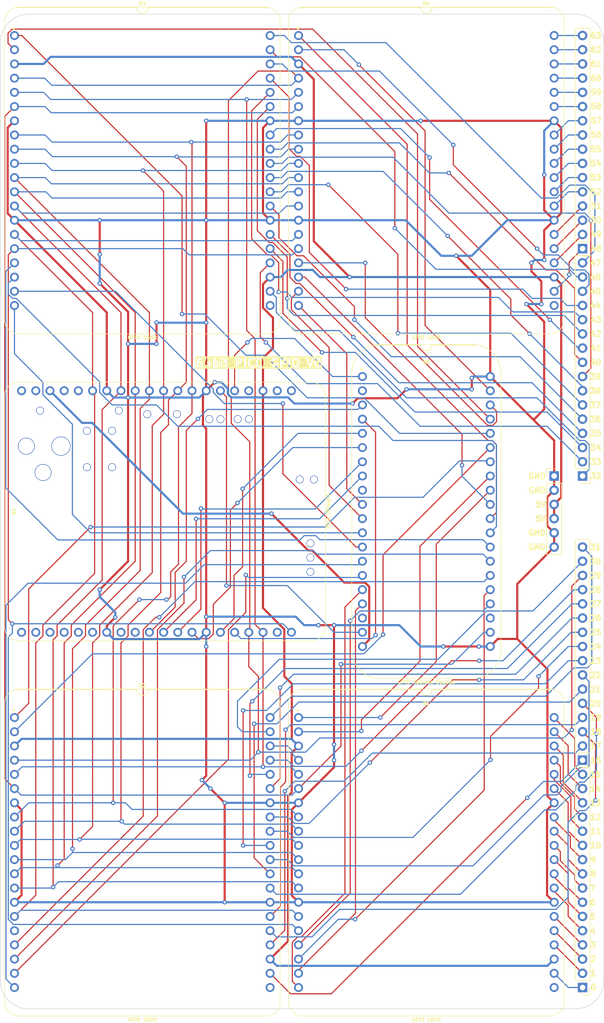
<source format=kicad_pcb>
(kicad_pcb (version 20240108) (generator "pcbnew") (generator_version "8.0")
  (title_block (date "2025-04-21") (rev "Pico GPIO Wide"))
  (layers (0 "F.Cu" signal) (31 "B.Cu" signal) (36 "B.SilkS" user "B.Silkscreen") (37 "F.SilkS" user "F.Silkscreen") (38 "B.Mask" user) (39 "F.Mask" user) (44 "Edge.Cuts" user))
  (net 0 "")
  (net 1 "/5V")
  (net 2 "/GND")
  (net 3 "/3.3V")
  (net 4 "/Enable")
  (net 5 "/D7")
  (net 6 "/D6")
  (net 7 "/D5")
  (net 8 "/D4")
  (net 9 "/D3")
  (net 11 "/~{Reset}")
  (net 12 "/Write Enable")
  (net 13 "/D2")
  (net 14 "/D1")
  (net 15 "/D0")
  (net 16 "/Read GPIO _{ALL}")
  (net 17 "/Write GPIO _{ALL}")
  (net 33 "/Read GD _{0..7}")
  (net 34 "/Read GD _{8..15}")
  (net 35 "/Write GD _{0..7}")
  (net 36 "/Write GD _{8..15}")
  (net 37 "/Write OE _{0..7}")
  (net 38 "/Write OE _{8..15}")
  (net 39 "/GPIO0")
  (net 40 "/GPIO1")
  (net 41 "/GPIO2")
  (net 42 "/GPIO3")
  (net 43 "/GPIO4")
  (net 44 "/GPIO5")
  (net 45 "/GPIO6")
  (net 46 "/GPIO7")
  (net 47 "/GPIO8")
  (net 48 "/GPIO9")
  (net 49 "/GPIO10")
  (net 50 "/GPIO11")
  (net 51 "/GPIO12")
  (net 52 "/GPIO13")
  (net 53 "/GPIO14")
  (net 54 "/GPIO15")
  (net 55 "/Read GD _{16..23}")
  (net 56 "/Read GD _{24..31}")
  (net 57 "/Write GD _{16..23}")
  (net 58 "/Write GD _{24..31}")
  (net 59 "/Write OE _{16..23}")
  (net 60 "/Write OE _{24..31}")
  (net 61 "/GPIO16")
  (net 62 "/GPIO17")
  (net 63 "/GPIO18")
  (net 64 "/GPIO19")
  (net 65 "/GPIO20")
  (net 66 "/GPIO21")
  (net 67 "/GPIO22")
  (net 68 "/GPIO23")
  (net 69 "/GPIO24")
  (net 70 "/GPIO25")
  (net 71 "/GPIO26")
  (net 72 "/GPIO27")
  (net 73 "/GPIO28")
  (net 74 "/GPIO29")
  (net 75 "/GPIO30")
  (net 76 "/GPIO31")
  (net 77 "/Read GD _{32..39}")
  (net 78 "/Read GD _{40..47}")
  (net 79 "/Write GD _{32..39}")
  (net 80 "/Write GD _{40..47}")
  (net 81 "/Write OE _{32..39}")
  (net 82 "/Write OE _{40..47}")
  (net 83 "/GPIO32")
  (net 84 "/GPIO33")
  (net 85 "/GPIO34")
  (net 86 "/GPIO35")
  (net 87 "/GPIO36")
  (net 88 "/GPIO37")
  (net 89 "/GPIO38")
  (net 90 "/GPIO39")
  (net 91 "/GPIO40")
  (net 92 "/GPIO41")
  (net 93 "/GPIO42")
  (net 94 "/GPIO43")
  (net 95 "/GPIO44")
  (net 96 "/GPIO45")
  (net 97 "/GPIO46")
  (net 98 "/GPIO47")
  (net 99 "/GPIO63")
  (net 100 "/GPIO62")
  (net 101 "/GPIO61")
  (net 102 "/GPIO60")
  (net 103 "/GPIO59")
  (net 104 "/GPIO58")
  (net 105 "/GPIO57")
  (net 106 "/GPIO56")
  (net 107 "/GPIO55")
  (net 108 "/GPIO54")
  (net 109 "/GPIO53")
  (net 110 "/GPIO52")
  (net 111 "/GPIO51")
  (net 112 "/GPIO50")
  (net 113 "/GPIO49")
  (net 114 "/GPIO48")
  (net 115 "/Write OE _{56..63}")
  (net 116 "/Write OE _{48..55}")
  (net 117 "/Write GD _{56..63}")
  (net 118 "/Write GD _{48..55}")
  (net 119 "/Read GD _{56..63}")
  (net 120 "/Read GD _{48..55}")
  (net 121 "/A0")
  (net 122 "/A1")
  (net 123 "/A2")
  (net 124 "/A3")
  (net 125 "/A4")
  (net 126 "/A_{Enable}")
  (footprint "HCP65_Parts:HCP65_Pico_GPIO_Address_Decode" (layer "F.Cu") (at 92.075 80.391)
    (property "Reference" "B6")
    (property "Value" "Pico GPIO Address Decode" (hide yes))
  )
  (footprint "Connector_PinHeader_2.54mm:PinHeader_1x16_P2.54mm_Vertical" (layer "F.Cu") (at 131.445 189.611 180)
    (property "Reference" "J4" (hide yes))
    (property "Value" "Conn_01x16_Pin")
  )
  (footprint "HCP65_Parts:HCP65_Pico_Power" (layer "F.Cu") (at 31.115 126.111 90)
    (property "Reference" "B5")
    (property "Value" "Pico (Power)")
  )
  (footprint "HCP65_Parts:HCP65_GPIO_16bit" (layer "F.Cu") (at 80.645 141.351)
    (property "Reference" "B1")
    (property "Value" "GPIO 16bit" (hide yes))
  )
  (footprint "Connector_PinHeader_2.54mm:PinHeader_1x16_P2.54mm_Vertical" (layer "F.Cu") (at 131.445 57.531 180)
    (property "Reference" "J7" (hide yes))
    (property "Value" "Conn_01x16_Pin")
  )
  (footprint "Connector_PinHeader_2.54mm:PinHeader_1x16_P2.54mm_Vertical" (layer "F.Cu") (at 131.445 98.171 180)
    (property "Reference" "J6" (hide yes))
    (property "Value" "Conn_01x16_Pin")
  )
  (footprint "HCP65_Parts:HCP65_GPIO_16bit" (layer "F.Cu") (at 29.845 19.431)
    (property "Reference" "B3")
    (property "Value" "GPIO 16bit" (hide yes))
  )
  (footprint "Connector_PinHeader_2.54mm:PinHeader_1x06_P2.54mm_Vertical" (layer "F.Cu") (at 126.365 98.171)
    (property "Reference" "J9" (hide yes))
    (property "Value" "Conn_01x06_Pin")
  )
  (footprint "HCP65_Parts:HCP65_GPIO_16bit" (layer "F.Cu") (at 29.845 141.351)
    (property "Reference" "B2")
    (property "Value" "GPIO 16bit" (hide yes))
  )
  (footprint "HCP65_Parts:HCP65_GPIO_16bit" (layer "F.Cu") (at 80.645 19.431)
    (property "Reference" "B4")
    (property "Value" "GPIO 16bit" (hide yes))
  )
  (footprint "Connector_PinHeader_2.54mm:PinHeader_1x16_P2.54mm_Vertical" (layer "F.Cu") (at 131.445 148.971 180)
    (property "Reference" "J5" (hide yes))
    (property "Value" "Conn_01x16_Pin")
  )
  (gr_line (start 32.385 15.621) (end 130.175 15.621) (stroke (width 0.1)) (layer "Edge.Cuts"))
  (gr_arc (start 135.255 188.341) (mid 133.767102 191.933102) (end 130.175 193.421) (stroke (width 0.1)) (layer "Edge.Cuts"))
  (gr_arc (start 32.385 193.421) (mid 28.792898 191.933102) (end 27.305 188.341) (stroke (width 0.1)) (layer "Edge.Cuts"))
  (gr_arc (start 27.305 20.701) (mid 28.792898 17.108898) (end 32.385 15.621) (stroke (width 0.1)) (layer "Edge.Cuts"))
  (gr_line (start 135.255 188.341) (end 135.255 20.701) (stroke (width 0.1)) (layer "Edge.Cuts"))
  (gr_line (start 27.305 188.341) (end 27.305 20.701) (stroke (width 0.1)) (layer "Edge.Cuts"))
  (gr_arc (start 130.175 15.621) (mid 133.767102 17.108898) (end 135.255 20.701) (stroke (width 0.1)) (layer "Edge.Cuts"))
  (gr_line (start 32.385 193.421) (end 130.175 193.421) (stroke (width 0.1)) (layer "Edge.Cuts"))
  (gr_text "31" (at 132.655 110.901 0) (layer "F.SilkS") (effects (font (size 1 1) (thickness 0.25) (bold yes)) (justify left)))
  (gr_text "GND" (at 124.975 108.331 0) (layer "F.SilkS") (effects (font (size 1 1) (thickness 0.25) (bold yes)) (justify right)))
  (gr_text "33" (at 132.715 95.631 0) (layer "F.SilkS") (effects (font (size 1 1) (thickness 0.25) (bold yes)) (justify left)))
  (gr_text "36" (at 132.655 88.041 0) (layer "F.SilkS") (effects (font (size 1 1) (thickness 0.25) (bold yes)) (justify left)))
  (gr_text "34" (at 132.715 93.091 0) (layer "F.SilkS") (effects (font (size 1 1) (thickness 0.25) (bold yes)) (justify left)))
  (gr_text "24" (at 132.715 128.651 0) (layer "F.SilkS") (effects (font (size 1 1) (thickness 0.25) (bold yes)) (justify left)))
  (gr_text "GND" (at 125.035 100.741 0) (layer "F.SilkS") (effects (font (size 1 1) (thickness 0.25) (bold yes)) (justify right)))
  (gr_text "32" (at 132.715 98.171 0) (layer "F.SilkS") (effects (font (size 1 1) (thickness 0.25) (bold yes)) (justify left)))
  (gr_text "17" (at 132.715 146.431 0) (layer "F.SilkS") (effects (font (size 1 1) (thickness 0.25) (bold yes)) (justify left)))
  (gr_text "57" (at 132.775 34.641 0) (layer "F.SilkS") (effects (font (size 1 1) (thickness 0.25) (bold yes)) (justify left)))
  (gr_text "44" (at 132.655 67.721 0) (layer "F.SilkS") (effects (font (size 1 1) (thickness 0.25) (bold yes)) (justify left)))
  (gr_text "11" (at 132.715 161.671 0) (layer "F.SilkS") (effects (font (size 1 1) (thickness 0.25) (bold yes)) (justify left)))
  (gr_text "59" (at 132.775 29.561 0) (layer "F.SilkS") (effects (font (size 1 1) (thickness 0.25) (bold yes)) (justify left)))
  (gr_text "50" (at 132.775 52.421 0) (layer "F.SilkS") (effects (font (size 1 1) (thickness 0.25) (bold yes)) (justify left)))
  (gr_text "62" (at 132.715 21.971 0) (layer "F.SilkS") (effects (font (size 1 1) (thickness 0.25) (bold yes)) (justify left)))
  (gr_text "43" (at 132.715 70.231 0) (layer "F.SilkS") (effects (font (size 1 1) (thickness 0.25) (bold yes)) (justify left)))
  (gr_text "18" (at 132.715 143.891 0) (layer "F.SilkS") (effects (font (size 1 1) (thickness 0.25) (bold yes)) (justify left)))
  (gr_text "16" (at 132.715 148.971 0) (layer "F.SilkS") (effects (font (size 1 1) (thickness 0.25) (bold yes)) (justify left)))
  (gr_text "51" (at 132.775 49.881 0) (layer "F.SilkS") (effects (font (size 1 1) (thickness 0.25) (bold yes)) (justify left)))
  (gr_text "12" (at 132.655 159.161 0) (layer "F.SilkS") (effects (font (size 1 1) (thickness 0.25) (bold yes)) (justify left)))
  (gr_text "21" (at 132.655 136.301 0) (layer "F.SilkS") (effects (font (size 1 1) (thickness 0.25) (bold yes)) (justify left)))
  (gr_text "13" (at 132.655 156.621 0) (layer "F.SilkS") (effects (font (size 1 1) (thickness 0.25) (bold yes)) (justify left)))
  (gr_text "23" (at 132.655 131.221 0) (layer "F.SilkS") (effects (font (size 1 1) (thickness 0.25) (bold yes)) (justify left)))
  (gr_text "30" (at 132.655 113.441 0) (layer "F.SilkS") (effects (font (size 1 1) (thickness 0.25) (bold yes)) (justify left)))
  (gr_text "6" (at 132.655 174.401 0) (layer "F.SilkS") (effects (font (size 1 1) (thickness 0.25) (bold yes)) (justify left)))
  (gr_text "61" (at 132.715 24.511 0) (layer "F.SilkS") (effects (font (size 1 1) (thickness 0.25) (bold yes)) (justify left)))
  (gr_text "35" (at 132.715 90.551 0) (layer "F.SilkS") (effects (font (size 1 1) (thickness 0.25) (bold yes)) (justify left)))
  (gr_text "58" (at 132.775 32.101 0) (layer "F.SilkS") (effects (font (size 1 1) (thickness 0.25) (bold yes)) (justify left)))
  (gr_text "49" (at 132.775 54.961 0) (layer "F.SilkS") (effects (font (size 1 1) (thickness 0.25) (bold yes)) (justify left)))
  (gr_text "3" (at 132.715 181.991 0) (layer "F.SilkS") (effects (font (size 1 1) (thickness 0.25) (bold yes)) (justify left)))
  (gr_text "46" (at 132.655 62.641 0) (layer "F.SilkS") (effects (font (size 1 1) (thickness 0.25) (bold yes)) (justify left)))
  (gr_text "5" (at 132.655 176.941 0) (layer "F.SilkS") (effects (font (size 1 1) (thickness 0.25) (bold yes)) (justify left)))
  (gr_text "29" (at 132.655 115.981 0) (layer "F.SilkS") (effects (font (size 1 1) (thickness 0.25) (bold yes)) (justify left)))
  (gr_text "20" (at 132.655 138.841 0) (layer "F.SilkS") (effects (font (size 1 1) (thickness 0.25) (bold yes)) (justify left)))
  (gr_text "40" (at 132.715 77.851 0) (layer "F.SilkS") (effects (font (size 1 1) (thickness 0.25) (bold yes)) (justify left)))
  (gr_text "9" (at 132.715 166.751 0) (layer "F.SilkS") (effects (font (size 1 1) (thickness 0.25) (bold yes)) (justify left)))
  (gr_text "10" (at 132.715 164.211 0) (layer "F.SilkS") (effects (font (size 1 1) (thickness 0.25) (bold yes)) (justify left)))
  (gr_text "GND" (at 125.035 98.201 0) (layer "F.SilkS") (effects (font (size 1 1) (thickness 0.25) (bold yes)) (justify right)))
  (gr_text "5V" (at 125.035 103.281 0) (layer "F.SilkS") (effects (font (size 1 1) (thickness 0.25) (bold yes)) (justify right)))
  (gr_text "25" (at 132.715 126.111 0) (layer "F.SilkS") (effects (font (size 1 1) (thickness 0.25) (bold yes)) (justify left)))
  (gr_text "64bit PICO GPIO V0" (at 73.533 78.867 0) (layer "F.SilkS" knockout) (effects (font (size 1.5 1.5) (thickness 0.3) (bold yes)) (justify bottom)))
  (gr_text "63" (at 132.715 19.431 0) (layer "F.SilkS") (effects (font (size 1 1) (thickness 0.25) (bold yes)) (justify left)))
  (gr_text "52" (at 132.715 47.371 0) (layer "F.SilkS") (effects (font (size 1 1) (thickness 0.25) (bold yes)) (justify left)))
  (gr_text "2" (at 132.715 184.531 0) (layer "F.SilkS") (effects (font (size 1 1) (thickness 0.25) (bold yes)) (justify left)))
  (gr_text "14" (at 132.655 154.081 0) (layer "F.SilkS") (effects (font (size 1 1) (thickness 0.25) (bold yes)) (justify left)))
  (gr_text "0" (at 132.715 189.611 0) (layer "F.SilkS") (effects (font (size 1 1) (thickness 0.25) (bold yes)) (justify left)))
  (gr_text "26" (at 132.715 123.571 0) (layer "F.SilkS") (effects (font (size 1 1) (thickness 0.25) (bold yes)) (justify left)))
  (gr_text "47" (at 132.655 60.101 0) (layer "F.SilkS") (effects (font (size 1 1) (thickness 0.25) (bold yes)) (justify left)))
  (gr_text "37" (at 132.655 85.501 0) (layer "F.SilkS") (effects (font (size 1 1) (thickness 0.25) (bold yes)) (justify left)))
  (gr_text "41" (at 132.715 75.311 0) (layer "F.SilkS") (effects (font (size 1 1) (thickness 0.25) (bold yes)) (justify left)))
  (gr_text "19" (at 132.715 141.351 0) (layer "F.SilkS") (effects (font (size 1 1) (thickness 0.25) (bold yes)) (justify left)))
  (gr_text "48" (at 132.775 57.501 0) (layer "F.SilkS") (effects (font (size 1 1) (thickness 0.25) (bold yes)) (justify left)))
  (gr_text "8" (at 132.715 169.291 0) (layer "F.SilkS") (effects (font (size 1 1) (thickness 0.25) (bold yes)) (justify left)))
  (gr_text "1" (at 132.715 187.071 0) (layer "F.SilkS") (effects (font (size 1 1) (thickness 0.25) (bold yes)) (justify left)))
  (gr_text "5V" (at 125.035 105.821 0) (layer "F.SilkS") (effects (font (size 1 1) (thickness 0.25) (bold yes)) (justify right)))
  (gr_text "22" (at 132.655 133.761 0) (layer "F.SilkS") (effects (font (size 1 1) (thickness 0.25) (bold yes)) (justify left)))
  (gr_text "45" (at 132.655 65.181 0) (layer "F.SilkS") (effects (font (size 1 1) (thickness 0.25) (bold yes)) (justify left)))
  (gr_text "42" (at 132.715 72.771 0) (layer "F.SilkS") (effects (font (size 1 1) (thickness 0.25) (bold yes)) (justify left)))
  (gr_text "54" (at 132.715 42.291 0) (layer "F.SilkS") (effects (font (size 1 1) (thickness 0.25) (bold yes)) (justify left)))
  (gr_text "28" (at 132.655 118.521 0) (layer "F.SilkS") (effects (font (size 1 1) (thickness 0.25) (bold yes)) (justify left)))
  (gr_text "7" (at 132.655 171.861 0) (layer "F.SilkS") (effects (font (size 1 1) (thickness 0.25) (bold yes)) (justify left)))
  (gr_text "60" (at 132.715 27.051 0) (layer "F.SilkS") (effects (font (size 1 1) (thickness 0.25) (bold yes)) (justify left)))
  (gr_text "GND" (at 124.975 110.871 0) (layer "F.SilkS") (effects (font (size 1 1) (thickness 0.25) (bold yes)) (justify right)))
  (gr_text "53" (at 132.715 44.831 0) (layer "F.SilkS") (effects (font (size 1 1) (thickness 0.25) (bold yes)) (justify left)))
  (gr_text "27" (at 132.715 121.031 0) (layer "F.SilkS") (effects (font (size 1 1) (thickness 0.25) (bold yes)) (justify left)))
  (gr_text "38" (at 132.655 82.961 0) (layer "F.SilkS") (effects (font (size 1 1) (thickness 0.25) (bold yes)) (justify left)))
  (gr_text "4" (at 132.655 179.481 0) (layer "F.SilkS") (effects (font (size 1 1) (thickness 0.25) (bold yes)) (justify left)))
  (gr_text "15" (at 132.655 151.541 0) (layer "F.SilkS") (effects (font (size 1 1) (thickness 0.25) (bold yes)) (justify left)))
  (gr_text "39" (at 132.655 80.421 0) (layer "F.SilkS") (effects (font (size 1 1) (thickness 0.25) (bold yes)) (justify left)))
  (gr_text "55" (at 132.715 39.751 0) (layer "F.SilkS") (effects (font (size 1 1) (thickness 0.25) (bold yes)) (justify left)))
  (gr_text "56" (at 132.775 37.181 0) (layer "F.SilkS") (effects (font (size 1 1) (thickness 0.25) (bold yes)) (justify left)))
  (segment (start 74.295 77.089) (end 76.073 75.311) (width 0.38) (layer "F.Cu") (net 1))
  (segment (start 127.6271 101.9889) (end 127.6271 63.8731) (width 0.38) (layer "F.Cu") (net 1))
  (segment (start 78.7755 181.3205) (end 75.565 184.531) (width 0.38) (layer "F.Cu") (net 1))
  (segment (start 78.1049 125.5807) (end 78.1049 133.9685) (width 0.38) (layer "F.Cu") (net 1))
  (segment (start 78.7755 155.3942) (end 78.7755 181.3205) (width 0.38) (layer "F.Cu") (net 1))
  (segment (start 126.365 103.251) (end 127.6271 101.9889) (width 0.38) (layer "F.Cu") (net 1))
  (segment (start 78.1049 133.9685) (end 79.4406 135.3042) (width 0.38) (layer "F.Cu") (net 1))
  (segment (start 83.3737 56.195698) (end 89.789 62.610998) (width 0.38) (layer "F.Cu") (net 1))
  (segment (start 83.3737 27.2397) (end 83.3737 56.195698) (width 0.38) (layer "F.Cu") (net 1))
  (segment (start 80.645 146.431) (end 79.4257 147.6503) (width 0.38) (layer "F.Cu") (net 1))
  (segment (start 74.295 82.931) (end 74.295 121.7708) (width 0.38) (layer "F.Cu") (net 1))
  (segment (start 76.073 69.881915) (end 76.073 75.311) (width 0.38) (layer "F.Cu") (net 1))
  (segment (start 79.4406 135.3042) (end 79.4406 145.2266) (width 0.38) (layer "F.Cu") (net 1))
  (segment (start 79.4257 154.744) (end 78.7755 155.3942) (width 0.38) (layer "F.Cu") (net 1))
  (segment (start 80.645 24.511) (end 83.3737 27.2397) (width 0.38) (layer "F.Cu") (net 1))
  (segment (start 126.365 105.791) (end 126.365 103.251) (width 0.38) (layer "F.Cu") (net 1))
  (segment (start 79.4257 147.6503) (end 79.4257 154.744) (width 0.38) (layer "F.Cu") (net 1))
  (segment (start 127.6271 63.8731) (end 126.365 62.611) (width 0.38) (layer "F.Cu") (net 1))
  (segment (start 74.295 82.931) (end 74.295 77.089) (width 0.38) (layer "F.Cu") (net 1))
  (segment (start 74.295 68.103915) (end 76.073 69.881915) (width 0.38) (layer "F.Cu") (net 1))
  (segment (start 79.4406 145.2266) (end 80.645 146.431) (width 0.38) (layer "F.Cu") (net 1))
  (segment (start 74.295 121.7708) (end 78.1049 125.5807) (width 0.38) (layer "F.Cu") (net 1))
  (segment (start 75.565 62.611) (end 74.295 63.881) (width 0.38) (layer "F.Cu") (net 1))
  (segment (start 74.295 63.881) (end 74.295 68.103915) (width 0.38) (layer "F.Cu") (net 1))
  (via (at 89.789 62.610998) (size 0.8) (drill 0.4) (layers "F.Cu" "B.Cu") (net 1))
  (segment (start 80.645 24.511) (end 79.375 23.241) (width 0.38) (layer "B.Cu") (net 1))
  (segment (start 89.789002 62.611) (end 89.789 62.610998) (width 0.38) (layer "B.Cu") (net 1))
  (segment (start 84.454998 62.610998) (end 89.789 62.610998) (width 0.38) (layer "B.Cu") (net 1))
  (segment (start 31.115 145.161) (end 79.375 145.161) (width 0.38) (layer "B.Cu") (net 1))
  (segment (start 35.052 24.511) (end 29.845 24.511) (width 0.38) (layer "B.Cu") (net 1))
  (segment (start 76.7668 185.7328) (end 125.1632 185.7328) (width 0.38) (layer "B.Cu") (net 1))
  (segment (start 79.375 145.161) (end 80.645 146.431) (width 0.38) (layer "B.Cu") (net 1))
  (segment (start 126.365 62.611) (end 89.789002 62.611) (width 0.38) (layer "B.Cu") (net 1))
  (segment (start 29.845 146.431) (end 31.115 145.161) (width 0.38) (layer "B.Cu") (net 1))
  (segment (start 75.565 62.611) (end 77.47 62.611) (width 0.38) (layer "B.Cu") (net 1))
  (segment (start 78.74 61.341) (end 83.185 61.341) (width 0.38) (layer "B.Cu") (net 1))
  (segment (start 125.1632 185.7328) (end 126.365 184.531) (width 0.38) (layer "B.Cu") (net 1))
  (segment (start 77.47 62.611) (end 78.74 61.341) (width 0.38) (layer "B.Cu") (net 1))
  (segment (start 75.565 184.531) (end 76.7668 185.7328) (width 0.38) (layer "B.Cu") (net 1))
  (segment (start 79.375 23.241) (end 36.322 23.241) (width 0.38) (layer "B.Cu") (net 1))
  (segment (start 36.322 23.241) (end 35.052 24.511) (width 0.38) (layer "B.Cu") (net 1))
  (segment (start 83.185 61.341) (end 84.454998 62.610998) (width 0.38) (layer "B.Cu") (net 1))
  (segment (start 119.7689 117.4671) (end 119.7689 127.3014) (width 0.38) (layer "F.Cu") (net 2))
  (segment (start 75.565 52.451) (end 74.295 51.181) (width 0.38) (layer "F.Cu") (net 2))
  (segment (start 126.365 52.451) (end 127.6302 51.1858) (width 0.38) (layer "F.Cu") (net 2))
  (segment (start 46.355 126.111) (end 46.355 124.968) (width 0.38) (layer "F.Cu") (net 2))
  (segment (start 125.1655 132.698) (end 119.7689 127.3014) (width 0.38) (layer "F.Cu") (net 2))
  (segment (start 91.232998 84.281) (end 90.297 85.216998) (width 0.38) (layer "F.Cu") (net 2))
  (segment (start 64.135 128.651) (end 64.135 151.765) (width 0.38) (layer "F.Cu") (net 2))
  (segment (start 126.365 174.371) (end 125.0997 173.1057) (width 0.38) (layer "F.Cu") (net 2))
  (segment (start 50.165 113.411) (end 50.165 84.1415) (width 0.38) (layer "F.Cu") (net 2))
  (segment (start 124.587 86.233) (end 124.587 70.611994) (width 0.38) (layer "F.Cu") (net 2))
  (segment (start 67.437 156.590995) (end 67.437 174.371) (width 0.38) (layer "F.Cu") (net 2))
  (segment (start 80.645 174.371) (end 79.4464 173.1724) (width 0.38) (layer "F.Cu") (net 2))
  (segment (start 64.135 89.6836) (end 64.135 123.317) (width 0.38) (layer "F.Cu") (net 2))
  (segment (start 124.587 50.673) (end 126.365 52.451) (width 0.38) (layer "F.Cu") (net 2))
  (segment (start 31.1102 157.8562) (end 29.845 156.591) (width 0.38) (layer "F.Cu") (net 2))
  (segment (start 28.6248 51.2308) (end 28.6248 35.8912) (width 0.38) (layer "F.Cu") (net 2))
  (segment (start 86.995 150.241) (end 80.645 156.591) (width 0.38) (layer "F.Cu") (net 2))
  (segment (start 125.1224 101.9536) (end 126.365 100.711) (width 0.38) (layer "F.Cu") (net 2))
  (segment (start 124.587 70.611994) (end 121.412006 67.437) (width 0.38) (layer "F.Cu") (net 2))
  (segment (start 64.135 82.931) (end 63.5528 83.5132) (width 0.38) (layer "F.Cu") (net 2))
  (segment (start 64.135 34.671) (end 64.135 52.451) (width 0.38) (layer "F.Cu") (net 2))
  (segment (start 99.949 82.677) (end 98.345 84.281) (width 0.38) (layer "F.Cu") (net 2))
  (segment (start 55.245 74.549) (end 55.245 70.739) (width 0.38) (layer "F.Cu") (net 2))
  (segment (start 86.995 148.971) (end 86.995 150.241) (width 0.38) (layer "F.Cu") (net 2))
  (segment (start 124.586994 59.563) (end 124.586994 54.229006) (width 0.38) (layer "F.Cu") (net 2))
  (segment (start 84.201 124.841) (end 86.995 124.841) (width 0.38) (layer "F.Cu") (net 2))
  (segment (start 64.135 82.931) (end 64.135 70.739006) (width 0.38) (layer "F.Cu") (net 2))
  (segment (start 125.1655 155.3915) (end 125.1655 132.698) (width 0.38) (layer "F.Cu") (net 2))
  (segment (start 28.6248 35.8912) (end 29.845 34.671) (width 0.38) (layer "F.Cu") (net 2))
  (segment (start 45.085 118.491) (end 50.165 113.411) (width 0.38) (layer "F.Cu") (net 2))
  (segment (start 126.365 108.331) (end 125.1224 107.0884) (width 0.38) (layer "F.Cu") (net 2))
  (segment (start 29.845 52.451) (end 28.6248 51.2308) (width 0.38) (layer "F.Cu") (net 2))
  (segment (start 122.301 61.595) (end 124.079 63.373) (width 0.38) (layer "F.Cu") (net 2))
  (segment (start 46.355 124.968) (end 47.879 123.444) (width 0.38) (layer "F.Cu") (net 2))
  (segment (start 126.365 110.871) (end 119.7689 117.4671) (width 0.38) (layer "F.Cu") (net 2))
  (segment (start 46.355 82.931) (end 46.355 68.961) (width 0.38) (layer "F.Cu") (net 2))
  (segment (start 126.365 108.331) (end 126.365 110.871) (width 0.38) (layer "F.Cu") (net 2))
  (segment (start 64.135 151.765) (end 63.373 152.527) (width 0.38) (layer "F.Cu") (net 2))
  (segment (start 125.0997 173.1057) (end 125.0997 157.8563) (width 0.38) (layer "F.Cu") (net 2))
  (segment (start 74.295 51.181) (end 74.295 35.941) (width 0.38) (layer "F.Cu") (net 2))
  (segment (start 116.2846 127.3014) (end 114.935 128.651) (width 0.38) (layer "F.Cu") (net 2))
  (segment (start 46.355 68.961) (end 29.845 52.451) (width 0.38) (layer "F.Cu") (net 2))
  (segment (start 64.135 52.451) (end 64.135 70.738994) (width 0.38) (layer "F.Cu") (net 2))
  (segment (start 114.935 80.391) (end 114.935 64.897) (width 0.38) (layer "F.Cu") (net 2))
  (segment (start 126.365 156.591) (end 125.1655 155.3915) (width 0.38) (layer "F.Cu") (net 2))
  (segment (start 124.586994 54.229006) (end 126.365 52.451) (width 0.38) (layer "F.Cu") (net 2))
  (segment (start 127.6302 35.9362) (end 126.365 34.671) (width 0.38) (layer "F.Cu") (net 2))
  (segment (start 64.135 70.738994) (end 64.135006 70.739) (width 0.38) (layer "F.Cu") (net 2))
  (segment (start 50.165 68.834) (end 45.085 63.754) (width 0.38) (layer "F.Cu") (net 2))
  (segment (start 29.845 174.371) (end 31.1102 173.1058) (width 0.38) (layer "F.Cu") (net 2))
  (segment (start 126.365 91.821) (end 122.682 88.138) (width 0.38) (layer "F.Cu") (net 2))
  (segment (start 45.085 58.546998) (end 45.085 52.451) (width 0.38) (layer "F.Cu") (net 2))
  (segment (start 31.1102 173.1058) (end 31.1102 157.8562) (width 0.38) (layer "F.Cu") (net 2))
  (segment (start 79.4464 173.1724) (end 79.4464 157.7896) (width 0.38) (layer "F.Cu") (net 2))
  (segment (start 64.135 82.931) (end 65.658997 81.407003) (width 0.38) (layer "F.Cu") (net 2))
  (segment (start 45.084998 58.547) (end 45.085 58.546998) (width 0.38) (layer "F.Cu") (net 2))
  (segment (start 64.135 123.317) (end 64.135 126.111) (width 0.38) (layer "F.Cu") (net 2))
  (segment (start 64.135 70.739006) (end 64.135006 70.739) (width 0.38) (layer "F.Cu") (net 2))
  (segment (start 79.4464 157.7896) (end 80.645 156.591) (width 0.38) (layer "F.Cu") (net 2))
  (segment (start 126.365 100.711) (end 126.365 98.171) (width 0.38) (layer "F.Cu") (net 2))
  (segment (start 124.079 63.373) (end 124.079 67.437) (width 0.38) (layer "F.Cu") (net 2))
  (segment (start 74.295 35.941) (end 75.565 34.671) (width 0.38) (layer "F.Cu") (net 2))
  (segment (start 111.633 82.677) (end 111.633 80.645) (width 0.38) (layer "F.Cu") (net 2))
  (segment (start 122.301 60.071) (end 122.301 61.595) (width 0.38) (layer "F.Cu") (net 2))
  (segment (start 112.903 128.651) (end 106.553 128.651) (width 0.38) (layer "F.Cu") (net 2))
  (segment (start 119.7689 127.3014) (end 116.2846 127.3014) (width 0.38) (layer "F.Cu") (net 2))
  (segment (start 125.1224 107.0884) (end 125.1224 101.9536) (width 0.38) (layer "F.Cu") (net 2))
  (segment (start 125.0997 157.8563) (end 126.365 156.591) (width 0.38) (layer "F.Cu") (net 2))
  (segment (start 122.682 88.138) (end 114.935 80.391) (width 0.38) (layer "F.Cu") (net 2))
  (segment (start 64.897 154.051) (end 64.897005 154.051) (width 0.38) (layer "F.Cu") (net 2))
  (segment (start 98.345 84.281) (end 91.232998 84.281) (width 0.38) (layer "F.Cu") (net 2))
  (segment (start 126.365 98.171) (end 126.365 91.821) (width 0.38) (layer "F.Cu") (net 2))
  (segment (start 50.165 84.1415) (end 50.165 74.549) (width 0.38) (layer "F.Cu") (net 2))
  (segment (start 64.897005 154.051) (end 67.437 156.590995) (width 0.38) (layer "F.Cu") (net 2))
  (segment (start 126.365 34.671) (end 102.489 34.671) (width 0.38) (layer "F.Cu") (net 2))
  (segment (start 86.995 146.177) (end 86.995 124.841) (width 0.38) (layer "F.Cu") (net 2))
  (segment (start 50.165 74.549) (end 50.165 68.834) (width 0.38) (layer "F.Cu") (net 2))
  (segment (start 127.6302 51.1858) (end 127.6302 35.9362) (width 0.38) (layer "F.Cu") (net 2))
  (segment (start 63.5528 83.5132) (end 63.5528 89.1014) (width 0.38) (layer "F.Cu") (net 2))
  (segment (start 124.587 44.323) (end 124.587 50.673) (width 0.38) (layer "F.Cu") (net 2))
  (segment (start 114.935 64.897) (end 108.839 58.801) (width 0.38) (layer "F.Cu") (net 2))
  (segment (start 124.587 86.233) (end 122.682 88.138) (width 0.38) (layer "F.Cu") (net 2))
  (segment (start 63.5528 89.1014) (end 64.135 89.6836) (width 0.38) (layer "F.Cu") (net 2))
  (via (at 64.135 123.317) (size 0.8) (drill 0.4) (layers "F.Cu" "B.Cu") (net 2))
  (via (at 111.633 82.677) (size 0.8) (drill 0.4) (layers "F.Cu" "B.Cu") (net 2))
  (via (at 122.301 60.071) (size 0.8) (drill 0.4) (layers "F.Cu" "B.Cu") (net 2))
  (via (at 124.587 44.323) (size 0.8) (drill 0.4) (layers "F.Cu" "B.Cu") (net 2))
  (via (at 45.085 52.451) (size 0.8) (drill 0.4) (layers "F.Cu" "B.Cu") (net 2))
  (via (at 99.949 82.677) (size 0.8) (drill 0.4) (layers "F.Cu" "B.Cu") (net 2))
  (via (at 84.201 124.841) (size 0.8) (drill 0.4) (layers "F.Cu" "B.Cu") (net 2))
  (via (at 111.633 80.645) (size 0.8) (drill 0.4) (layers "F.Cu" "B.Cu") (net 2))
  (via (at 50.165 84.1415) (size 0.8) (drill 0.4) (layers "F.Cu" "B.Cu") (net 2))
  (via (at 102.489 34.671) (size 0.8) (drill 0.4) (layers "F.Cu" "B.Cu") (net 2))
  (via (at 47.879 123.444) (size 0.8) (drill 0.4) (layers "F.Cu" "B.Cu") (net 2))
  (via (at 45.085 63.754) (size 0.8) (drill 0.4) (layers "F.Cu" "B.Cu") (net 2))
  (via (at 64.135 128.651) (size 0.8) (drill 0.4) (layers "F.Cu" "B.Cu") (net 2))
  (via (at 108.839 58.801) (size 0.8) (drill 0.4) (layers "F.Cu" "B.Cu") (net 2))
  (via (at 124.079 67.437) (size 0.8) (drill 0.4) (layers "F.Cu" "B.Cu") (net 2))
  (via (at 90.297 85.216998) (size 0.8) (drill 0.4) (layers "F.Cu" "B.Cu") (net 2))
  (via (at 67.437 156.590995) (size 0.8) (drill 0.4) (layers "F.Cu" "B.Cu") (net 2))
  (via (at 65.658997 81.407003) (size 0.8) (drill 0.4) (layers "F.Cu" "B.Cu") (net 2))
  (via (at 86.995 146.177) (size 0.8) (drill 0.4) (layers "F.Cu" "B.Cu") (net 2))
  (via (at 86.995 124.841) (size 0.8) (drill 0.4) (layers "F.Cu" "B.Cu") (net 2))
  (via (at 45.085 118.491) (size 0.8) (drill 0.4) (layers "F.Cu" "B.Cu") (net 2))
  (via (at 106.553 128.651) (size 0.8) (drill 0.4) (layers "F.Cu" "B.Cu") (net 2))
  (via (at 50.165 74.549) (size 0.8) (drill 0.4) (layers "F.Cu" "B.Cu") (net 2))
  (via (at 121.412006 67.437) (size 0.8) (drill 0.4) (layers "F.Cu" "B.Cu") (net 2))
  (via (at 124.586994 59.563) (size 0.8) (drill 0.4) (layers "F.Cu" "B.Cu") (net 2))
  (via (at 55.245 70.739) (size 0.8) (drill 0.4) (layers "F.Cu" "B.Cu") (net 2))
  (via (at 55.245 74.549) (size 0.8) (drill 0.4) (layers "F.Cu" "B.Cu") (net 2))
  (via (at 64.897 154.051) (size 0.8) (drill 0.4) (layers "F.Cu" "B.Cu") (net 2))
  (via (at 64.135 52.451) (size 0.8) (drill 0.4) (layers "F.Cu" "B.Cu") (net 2))
  (via (at 64.135006 70.739) (size 0.8) (drill 0.4) (layers "F.Cu" "B.Cu") (net 2))
  (via (at 45.084998 58.547) (size 0.8) (drill 0.4) (layers "F.Cu" "B.Cu") (net 2))
  (via (at 64.135 34.671) (size 0.8) (drill 0.4) (layers "F.Cu" "B.Cu") (net 2))
  (via (at 63.373 152.527) (size 0.8) (drill 0.4) (layers "F.Cu" "B.Cu") (net 2))
  (via (at 86.995 148.971) (size 0.8) (drill 0.4) (layers "F.Cu" "B.Cu") (net 2))
  (via (at 112.903 128.651) (size 0.8) (drill 0.4) (layers "F.Cu" "B.Cu") (net 2))
  (via (at 67.437 174.371) (size 0.8) (drill 0.4) (layers "F.Cu" "B.Cu") (net 2))
  (segment (start 99.822 52.451) (end 106.172 58.801) (width 0.38) (layer "B.Cu") (net 2))
  (segment (start 68.627 84.121) (end 68.025 83.519) (width 0.38) (layer "B.Cu") (net 2))
  (segment (start 111.887 80.391) (end 111.633 80.645) (width 0.38) (layer "B.Cu") (net 2))
  (segment (start 102.489 128.651) (end 98.679 124.841) (width 0.38) (layer "B.Cu") (net 2))
  (segment (start 111.633 58.801) (end 108.839 58.801) (width 0.38) (layer "B.Cu") (net 2))
  (segment (start 62.927 127.319) (end 47.563 127.319) (width 0.38) (layer "B.Cu") (net 2))
  (segment (start 45.085 118.491) (end 45.085 119.761) (width 0.38) (layer "B.Cu") (net 2))
  (segment (start 86.995 148.971) (end 86.995 146.177) (width 0.38) (layer "B.Cu") (net 2))
  (segment (start 80.137 123.317) (end 64.135 123.317) (width 0.38) (layer "B.Cu") (net 2))
  (segment (start 126.365 174.371) (end 80.645 174.371) (width 0.38) (layer "B.Cu") (net 2))
  (segment (start 75.565 156.591) (end 67.437005 156.591) (width 0.38) (layer "B.Cu") (net 2))
  (segment (start 45.085 58.547002) (end 45.085 63.754) (width 0.38) (layer "B.Cu") (net 2))
  (segment (start 84.201 124.841) (end 81.661 124.841) (width 0.38) (layer "B.Cu") (net 2))
  (segment (start 106.172 58.801) (end 108.839 58.801) (width 0.38) (layer "B.Cu") (net 2))
  (segment (start 47.5655 84.1415) (end 50.165 84.1415) (width 0.38) (layer "B.Cu") (net 2))
  (segment (start 50.165 74.549) (end 55.245 74.549) (width 0.38) (layer "B.Cu") (net 2))
  (segment (start 80.645 52.451) (end 99.822 52.451) (width 0.38) (layer "B.Cu") (net 2))
  (segment (start 111.633 82.677) (end 99.949 82.677) (width 0.38) (layer "B.Cu") (net 2))
  (segment (start 67.437 174.371) (end 29.845 174.371) (width 0.38) (layer "B.Cu") (net 2))
  (segment (start 80.645 174.371) (end 75.565 174.371) (width 0.38) (layer "B.Cu") (net 2))
  (segment (start 81.661 124.841) (end 80.137 123.317) (width 0.38) (layer "B.Cu") (net 2))
  (segment (start 75.565 156.591) (end 80.645 156.591) (width 0.38) (layer "B.Cu") (net 2))
  (segment (start 47.879 122.555) (end 47.879 123.444) (width 0.38) (layer "B.Cu") (net 2))
  (segment (start 64.107006 70.767) (end 64.135006 70.739) (width 0.38) (layer "B.Cu") (net 2))
  (segment (start 90.297 85.216998) (end 79.882998 85.216998) (width 0.38) (layer "B.Cu") (net 2))
  (segment (start 45.084998 58.547) (end 45.085 58.547002) (width 0.38) (layer "B.Cu") (net 2))
  (segment (start 29.845 52.451) (end 45.085 52.451) (width 0.38) (layer "B.Cu") (net 2))
  (segment (start 126.365 34.671) (end 124.587 36.449) (width 0.38) (layer "B.Cu") (net 2))
  (segment (start 75.565 34.671) (end 64.135 34.671) (width 0.38) (layer "B.Cu") (net 2))
  (segment (start 66.833918 81.407003) (end 65.658997 81.407003) (width 0.38) (layer "B.Cu") (net 2))
  (segment (start 64.135 126.111) (end 62.927 127.319) (width 0.38) (layer "B.Cu") (net 2))
  (segment (start 122.809 59.563) (end 124.586994 59.563) (width 0.38) (layer "B.Cu") (net 2))
  (segment (start 64.135 52.451) (end 75.565 52.451) (width 0.38) (layer "B.Cu") (net 2))
  (segment (start 68.025 82.598085) (end 66.833918 81.407003) (width 0.38) (layer "B.Cu") (net 2))
  (segment (start 75.565 174.371) (end 67.437 174.371) (width 0.38) (layer "B.Cu") (net 2))
  (segment (start 67.437005 156.591) (end 67.437 156.590995) (width 0.38) (layer "B.Cu") (net 2))
  (segment (start 64.135 126.111) (end 64.135 128.651) (width 0.38) (layer "B.Cu") (net 2))
  (segment (start 122.301 60.071) (end 122.809 59.563) (width 0.38) (layer "B.Cu") (net 2))
  (segment (start 106.553 128.651) (end 102.489 128.651) (width 0.38) (layer "B.Cu") (net 2))
  (segment (start 124.587 36.449) (end 124.587 44.323) (width 0.38) (layer "B.Cu") (net 2))
  (segment (start 80.645 34.671) (end 102.489 34.671) (width 0.38) (layer "B.Cu") (net 2))
  (segment (start 47.563 127.319) (end 46.355 126.111) (width 0.38) (layer "B.Cu") (net 2))
  (segment (start 114.935 80.391) (end 111.887 80.391) (width 0.38) (layer "B.Cu") (net 2))
  (segment (start 114.935 128.651) (end 112.903 128.651) (width 0.38) (layer "B.Cu") (net 2))
  (segment (start 46.355 82.931) (end 47.5655 84.1415) (width 0.38) (layer "B.Cu") (net 2))
  (segment (start 124.079 67.437) (end 121.412006 67.437) (width 0.38) (layer "B.Cu") (net 2))
  (segment (start 98.679 124.841) (end 86.995 124.841) (width 0.38) (layer "B.Cu") (net 2))
  (segment (start 80.645 52.451) (end 75.565 52.451) (width 0.38) (layer "B.Cu") (net 2))
  (segment (start 79.882998 85.216998) (end 78.787 84.121) (width 0.38) (layer "B.Cu") (net 2))
  (segment (start 55.245 70.739) (end 55.273 70.767) (width 0.38) (layer "B.Cu") (net 2))
  (segment (start 50.165 84.1415) (end 62.9245 84.1415) (width 0.38) (layer "B.Cu") (net 2))
  (segment (start 63.373 152.527) (end 64.897 154.051) (width 0.38) (layer "B.Cu") (net 2))
  (segment (start 62.9245 84.1415) (end 64.135 82.931) (width 0.38) (layer "B.Cu") (net 2))
  (segment (start 117.983 52.451) (end 111.633 58.801) (width 0.38) (layer "B.Cu") (net 2))
  (segment (start 68.025 83.519) (end 68.025 82.598085) (width 0.38) (layer "B.Cu") (net 2))
  (segment (start 78.787 84.121) (end 68.627 84.121) (width 0.38) (layer "B.Cu") (net 2))
  (segment (start 126.365 52.451) (end 117.983 52.451) (width 0.38) (layer "B.Cu") (net 2))
  (segment (start 64.135 52.451) (end 45.085 52.451) (width 0.38) (layer "B.Cu") (net 2))
  (segment (start 55.273 70.767) (end 64.107006 70.767) (width 0.38) (layer "B.Cu") (net 2))
  (segment (start 80.645 34.671) (end 75.565 34.671) (width 0.38) (layer "B.Cu") (net 2))
  (segment (start 45.085 119.761) (end 47.879 122.555) (width 0.38) (layer "B.Cu") (net 2))
  (segment (start 93.2947 117.9748) (end 93.2947 127.4313) (width 0.38) (layer "F.Cu") (net 3))
  (segment (start 92.5409 117.221) (end 93.2947 117.9748) (width 0.38) (layer "F.Cu") (net 3))
  (segment (start 93.2947 127.4313) (end 92.075 128.651) (width 0.38) (layer "F.Cu") (net 3))
  (segment (start 82.3862 111.4842) (end 83.0944 111.4842) (width 0.38) (layer "F.Cu") (net 3))
  (segment (start 75.8036 104.9016) (end 82.3862 111.4842) (width 0.38) (layer "F.Cu") (net 3))
  (segment (start 83.0944 111.4842) (end 88.8312 117.221) (width 0.38) (layer "F.Cu") (net 3))
  (segment (start 88.8312 117.221) (end 92.5409 117.221) (width 0.38) (layer "F.Cu") (net 3))
  (via (at 75.8036 104.9016) (size 0.8) (drill 0.4) (layers "F.Cu" "B.Cu") (net 3))
  (segment (start 43.7496 88.6731) (end 59.9781 104.9016) (width 0.38) (layer "B.Cu") (net 3))
  (segment (start 59.9781 104.9016) (end 75.8036 104.9016) (width 0.38) (layer "B.Cu") (net 3))
  (segment (start 36.195 82.931) (end 41.9371 88.6731) (width 0.38) (layer "B.Cu") (net 3))
  (segment (start 41.9371 88.6731) (end 43.7496 88.6731) (width 0.38) (layer "B.Cu") (net 3))
  (segment (start 28.103 152.309) (end 29.845 154.051) (width 0.2) (layer "F.Cu") (net 4))
  (segment (start 29.845 32.131) (end 28.103 33.873) (width 0.2) (layer "F.Cu") (net 4))
  (segment (start 28.103 33.873) (end 28.103 152.309) (width 0.2) (layer "F.Cu") (net 4))
  (segment (start 88.2362 146.4598) (end 88.2362 131.814) (width 0.2) (layer "F.Cu") (net 4))
  (segment (start 80.645 154.051) (end 88.2362 146.4598) (width 0.2) (layer "F.Cu") (net 4))
  (via (at 88.2362 131.814) (size 0.8) (drill 0.4) (layers "F.Cu" "B.Cu") (net 4))
  (segment (start 113.80363 126.111) (end 108.10063 131.814) (width 0.2) (layer "B.Cu") (net 4))
  (segment (start 29.845 154.051) (end 31.0107 155.2167) (width 0.2) (layer "B.Cu") (net 4))
  (segment (start 79.5404 33.2356) (end 36.4106 33.2356) (width 0.2) (layer "B.Cu") (net 4))
  (segment (start 31.0107 155.2167) (end 79.4793 155.2167) (width 0.2) (layer "B.Cu") (net 4))
  (segment (start 36.4106 33.2356) (end 35.306 32.131) (width 0.2) (layer "B.Cu") (net 4))
  (segment (start 79.4793 155.2167) (end 80.645 154.051) (width 0.2) (layer "B.Cu") (net 4))
  (segment (start 114.935 126.111) (end 113.80363 126.111) (width 0.2) (layer "B.Cu") (net 4))
  (segment (start 35.306 32.131) (end 29.845 32.131) (width 0.2) (layer "B.Cu") (net 4))
  (segment (start 108.10063 131.814) (end 88.2362 131.814) (width 0.2) (layer "B.Cu") (net 4))
  (segment (start 80.645 32.131) (end 79.5404 33.2356) (width 0.2) (layer "B.Cu") (net 4))
  (segment (start 57.785 119.761) (end 57.277 120.269) (width 0.2) (layer "F.Cu") (net 5))
  (segment (start 57.785 115.316) (end 57.785 119.761) (width 0.2) (layer "F.Cu") (net 5))
  (segment (start 57.277 120.269) (end 57.023 120.269) (width 0.2) (layer "F.Cu") (net 5))
  (segment (start 61.595 38.607992) (end 61.468004 38.480996) (width 0.2) (layer "F.Cu") (net 5))
  (segment (start 61.595 82.931) (end 61.595 38.607992) (width 0.2) (layer "F.Cu") (net 5))
  (segment (start 61.595 82.931) (end 61.595 86.995) (width 0.2) (layer "F.Cu") (net 5))
  (segment (start 61.595 86.995) (end 59.182 89.408) (width 0.2) (layer "F.Cu") (net 5))
  (segment (start 59.182 113.919) (end 57.785 115.316) (width 0.2) (layer "F.Cu") (net 5))
  (segment (start 59.182 89.408) (end 59.182 113.919) (width 0.2) (layer "F.Cu") (net 5))
  (segment (start 47.498 156.5914) (end 47.498 124.968) (width 0.2) (layer "F.Cu") (net 5))
  (segment (start 47.498 124.968) (end 52.197 120.269) (width 0.2) (layer "F.Cu") (net 5))
  (segment (start 52.197 120.269) (end 52.197 120.268996) (width 0.2) (layer "F.Cu") (net 5))
  (via (at 57.023 120.269) (size 0.8) (drill 0.4) (layers "F.Cu" "B.Cu") (net 5))
  (via (at 52.197 120.268996) (size 0.8) (drill 0.4) (layers "F.Cu" "B.Cu") (net 5))
  (via (at 47.498 156.5914) (size 0.8) (drill 0.4) (layers "F.Cu" "B.Cu") (net 5))
  (via (at 61.468004 38.480996) (size 0.8) (drill 0.4) (layers "F.Cu" "B.Cu") (net 5))
  (segment (start 49.6875 156.5914) (end 50.8722 157.7761) (width 0.2) (layer "B.Cu") (net 5))
  (segment (start 35.306 37.211) (end 36.575996 38.480996) (width 0.2) (layer "B.Cu") (net 5))
  (segment (start 47.498 156.5914) (end 49.6875 156.5914) (width 0.2) (layer "B.Cu") (net 5))
  (segment (start 29.845 159.131) (end 32.3846 156.5914) (width 0.2) (layer "B.Cu") (net 5))
  (segment (start 50.8722 157.7761) (end 79.2901 157.7761) (width 0.2) (layer "B.Cu") (net 5))
  (segment (start 36.575996 38.480996) (end 61.468004 38.480996) (width 0.2) (layer "B.Cu") (net 5))
  (segment (start 78.7082 37.211) (end 77.438204 38.480996) (width 0.2) (layer "B.Cu") (net 5))
  (segment (start 79.2901 157.7761) (end 80.645 159.131) (width 0.2) (layer "B.Cu") (net 5))
  (segment (start 57.022996 120.268996) (end 52.197 120.268996) (width 0.2) (layer "B.Cu") (net 5))
  (segment (start 77.438204 38.480996) (end 61.468004 38.480996) (width 0.2) (layer "B.Cu") (net 5))
  (segment (start 32.3846 156.5914) (end 47.498 156.5914) (width 0.2) (layer "B.Cu") (net 5))
  (segment (start 29.845 37.211) (end 35.306 37.211) (width 0.2) (layer "B.Cu") (net 5))
  (segment (start 57.023 120.269) (end 57.022996 120.268996) (width 0.2) (layer "B.Cu") (net 5))
  (segment (start 80.645 37.211) (end 78.7082 37.211) (width 0.2) (layer "B.Cu") (net 5))
  (segment (start 50.165 126.746) (end 48.895 128.016) (width 0.2) (layer "F.Cu") (net 6))
  (segment (start 59.055 82.931) (end 57.385 84.601) (width 0.2) (layer "F.Cu") (net 6))
  (segment (start 56.007 118.999) (end 50.165 124.841) (width 0.2) (layer "F.Cu") (net 6))
  (segment (start 50.165 124.841) (end 50.165 126.746) (width 0.2) (layer "F.Cu") (net 6))
  (segment (start 48.895 159.7758) (end 49.0176 159.8984) (width 0.2) (layer "F.Cu") (net 6))
  (segment (start 56.007 90.405) (end 57.385 89.027) (width 0.2) (layer "F.Cu") (net 6))
  (segment (start 56.007 118.999) (end 56.007 90.405) (width 0.2) (layer "F.Cu") (net 6))
  (segment (start 60.571 42.791008) (end 58.864492 41.0845) (width 0.2) (layer "F.Cu") (net 6))
  (segment (start 57.385 84.601) (end 57.385 89.027) (width 0.2) (layer "F.Cu") (net 6))
  (segment (start 48.895 128.016) (end 48.895 159.7758) (width 0.2) (layer "F.Cu") (net 6))
  (segment (start 59.055 82.931) (end 60.571 81.415) (width 0.2) (layer "F.Cu") (net 6))
  (segment (start 60.571 81.415) (end 60.571 42.791008) (width 0.2) (layer "F.Cu") (net 6))
  (via (at 58.864492 41.0845) (size 0.8) (drill 0.4) (layers "F.Cu" "B.Cu") (net 6))
  (via (at 49.0176 159.8984) (size 0.8) (drill 0.4) (layers "F.Cu" "B.Cu") (net 6))
  (segment (start 35.306 39.751) (end 36.6395 41.0845) (width 0.2) (layer "B.Cu") (net 6))
  (segment (start 78.8352 39.751) (end 77.4502 41.136) (width 0.2) (layer "B.Cu") (net 6))
  (segment (start 49.0176 159.8984) (end 49.5202 160.401) (width 0.2) (layer "B.Cu") (net 6))
  (segment (start 29.845 161.671) (end 31.6176 159.8984) (width 0.2) (layer "B.Cu") (net 6))
  (segment (start 49.5202 160.401) (end 79.375 160.401) (width 0.2) (layer "B.Cu") (net 6))
  (segment (start 36.6395 41.0845) (end 58.864492 41.0845) (width 0.2) (layer "B.Cu") (net 6))
  (segment (start 29.845 39.751) (end 35.306 39.751) (width 0.2) (layer "B.Cu") (net 6))
  (segment (start 80.645 39.751) (end 78.8352 39.751) (width 0.2) (layer "B.Cu") (net 6))
  (segment (start 77.4502 41.136) (end 58.915992 41.136) (width 0.2) (layer "B.Cu") (net 6))
  (segment (start 58.915992 41.136) (end 58.864492 41.0845) (width 0.2) (layer "B.Cu") (net 6))
  (segment (start 31.6176 159.8984) (end 49.0176 159.8984) (width 0.2) (layer "B.Cu") (net 6))
  (segment (start 79.375 160.401) (end 80.645 161.671) (width 0.2) (layer "B.Cu") (net 6))
  (segment (start 43.815 160.823) (end 41.49 163.148) (width 0.2) (layer "F.Cu") (net 7))
  (segment (start 54.483 115.443) (end 54.483 89.154) (width 0.2) (layer "F.Cu") (net 7))
  (segment (start 56.515 82.931) (end 56.515 47.244) (width 0.2) (layer "F.Cu") (net 7))
  (segment (start 54.483 89.154) (end 56.515 87.122) (width 0.2) (layer "F.Cu") (net 7))
  (segment (start 56.515 47.244) (end 52.832 43.561) (width 0.2) (layer "F.Cu") (net 7))
  (segment (start 43.815 128.016) (end 43.815 160.823) (width 0.2) (layer "F.Cu") (net 7))
  (segment (start 45.085 124.841) (end 45.085 126.746) (width 0.2) (layer "F.Cu") (net 7))
  (segment (start 54.483 115.443) (end 45.085 124.841) (width 0.2) (layer "F.Cu") (net 7))
  (segment (start 45.085 126.746) (end 43.815 128.016) (width 0.2) (layer "F.Cu") (net 7))
  (segment (start 56.515 82.931) (end 56.515 87.122) (width 0.2) (layer "F.Cu") (net 7))
  (via (at 52.832 43.561) (size 0.8) (drill 0.4) (layers "F.Cu" "B.Cu") (net 7))
  (via (at 41.49 163.148) (size 0.8) (drill 0.4) (layers "F.Cu" "B.Cu") (net 7))
  (segment (start 29.845 42.291) (end 35.306 42.291) (width 0.2) (layer "B.Cu") (net 7))
  (segment (start 35.306 42.291) (end 36.576 43.561) (width 0.2) (layer "B.Cu") (net 7))
  (segment (start 41.49 163.148) (end 41.5418 163.0962) (width 0.2) (layer "B.Cu") (net 7))
  (segment (start 78.867 42.291) (end 77.597 43.561) (width 0.2) (layer "B.Cu") (net 7))
  (segment (start 41.5418 163.0962) (end 79.5222 163.0962) (width 0.2) (layer "B.Cu") (net 7))
  (segment (start 80.645 42.291) (end 78.867 42.291) (width 0.2) (layer "B.Cu") (net 7))
  (segment (start 79.5222 163.0962) (end 80.637 164.211) (width 0.2) (layer "B.Cu") (net 7))
  (segment (start 36.576 43.561) (end 52.832 43.561) (width 0.2) (layer "B.Cu") (net 7))
  (segment (start 30.908 163.148) (end 29.845 164.211) (width 0.2) (layer "B.Cu") (net 7))
  (segment (start 77.597 43.561) (end 52.832 43.561) (width 0.2) (layer "B.Cu") (net 7))
  (segment (start 41.49 163.148) (end 30.908 163.148) (width 0.2) (layer "B.Cu") (net 7))
  (segment (start 40.225 129.066) (end 42.545 126.746) (width 0.2) (layer "F.Cu") (net 8))
  (segment (start 53.975 82.931) (end 53.975 84.4629) (width 0.2) (layer "F.Cu") (net 8))
  (segment (start 29.845 44.831) (end 53.975 68.961) (width 0.2) (layer "F.Cu") (net 8))
  (segment (start 52.3319 115.0541) (end 52.3319 86.106) (width 0.2) (layer "F.Cu") (net 8))
  (segment (start 40.225 164.8198) (end 40.225 129.066) (width 0.2) (layer "F.Cu") (net 8))
  (segment (start 53.975 68.961) (end 53.975 82.931) (width 0.2) (layer "F.Cu") (net 8))
  (segment (start 53.975 84.4629) (end 52.3319 86.106) (width 0.2) (layer "F.Cu") (net 8))
  (segment (start 42.545 124.841) (end 52.3319 115.0541) (width 0.2) (layer "F.Cu") (net 8))
  (segment (start 42.545 126.746) (end 42.545 124.841) (width 0.2) (layer "F.Cu") (net 8))
  (via (at 40.225 164.8198) (size 0.8) (drill 0.4) (layers "F.Cu" "B.Cu") (net 8))
  (segment (start 29.845 44.831) (end 35.3429 44.831) (width 0.2) (layer "B.Cu") (net 8))
  (segment (start 80.645 44.831) (end 78.867 44.831) (width 0.2) (layer "B.Cu") (net 8))
  (segment (start 35.3429 44.831) (end 36.449 45.9371) (width 0.2) (layer "B.Cu") (net 8))
  (segment (start 79.375 165.481) (end 80.645 166.751) (width 0.2) (layer "B.Cu") (net 8))
  (segment (start 38.955 166.751) (end 40.225 165.481) (width 0.2) (layer "B.Cu") (net 8))
  (segment (start 77.7609 45.9371) (end 36.449 45.9371) (width 0.2) (layer "B.Cu") (net 8))
  (segment (start 78.867 44.831) (end 77.7609 45.9371) (width 0.2) (layer "B.Cu") (net 8))
  (segment (start 40.225 164.8198) (end 40.225 165.481) (width 0.2) (layer "B.Cu") (net 8))
  (segment (start 40.225 165.481) (end 79.375 165.481) (width 0.2) (layer "B.Cu") (net 8))
  (segment (start 29.845 166.751) (end 38.955 166.751) (width 0.2) (layer "B.Cu") (net 8))
  (segment (start 38.735 166.6184) (end 38.735 128.016) (width 0.2) (layer "F.Cu") (net 9))
  (segment (start 38.735 128.016) (end 40.005 126.746) (width 0.2) (layer "F.Cu") (net 9))
  (segment (start 51.435 68.961) (end 51.435 82.931) (width 0.2) (layer "F.Cu") (net 9))
  (segment (start 40.005 126.746) (end 40.005 124.841) (width 0.2) (layer "F.Cu") (net 9))
  (segment (start 51.435 113.411) (end 51.435 82.931) (width 0.2) (layer "F.Cu") (net 9))
  (segment (start 37.5438 167.8096) (end 38.735 166.6184) (width 0.2) (layer "F.Cu") (net 9))
  (segment (start 29.845 47.371) (end 51.435 68.961) (width 0.2) (layer "F.Cu") (net 9))
  (segment (start 40.005 124.841) (end 51.435 113.411) (width 0.2) (layer "F.Cu") (net 9))
  (via (at 37.5438 167.8096) (size 0.8) (drill 0.4) (layers "F.Cu" "B.Cu") (net 9))
  (segment (start 35.4648 47.371) (end 36.576 48.4822) (width 0.2) (layer "B.Cu") (net 9))
  (segment (start 80.645 47.371) (end 78.613 47.371) (width 0.2) (layer "B.Cu") (net 9))
  (segment (start 37.5438 168.1797) (end 37.5438 167.8096) (width 0.2) (layer "B.Cu") (net 9))
  (segment (start 37.5438 168.1797) (end 30.9563 168.1797) (width 0.2) (layer "B.Cu") (net 9))
  (segment (start 79.5317 168.1797) (end 80.643 169.291) (width 0.2) (layer "B.Cu") (net 9))
  (segment (start 78.613 47.371) (end 77.5018 48.4822) (width 0.2) (layer "B.Cu") (net 9))
  (segment (start 29.845 47.371) (end 35.4648 47.371) (width 0.2) (layer "B.Cu") (net 9))
  (segment (start 77.5018 48.4822) (end 36.576 48.4822) (width 0.2) (layer "B.Cu") (net 9))
  (segment (start 30.9563 168.1797) (end 29.845 169.291) (width 0.2) (layer "B.Cu") (net 9))
  (segment (start 37.5438 168.1797) (end 79.5317 168.1797) (width 0.2) (layer "B.Cu") (net 9))
  (segment (start 69.215 76.581) (end 71.501 74.295) (width 0.2) (layer "F.Cu") (net 11))
  (segment (start 69.215 82.931) (end 69.215 76.581) (width 0.2) (layer "F.Cu") (net 11))
  (via (at 71.501 74.295) (size 0.8) (drill 0.4) (layers "F.Cu" "B.Cu") (net 11))
  (segment (start 79.937087 73.587087) (end 72.208913 73.587087) (width 0.2) (layer "B.Cu") (net 11))
  (segment (start 72.208913 73.587087) (end 71.501 74.295) (width 0.2) (layer "B.Cu") (net 11))
  (segment (start 86.741 80.391) (end 79.937087 73.587087) (width 0.2) (layer "B.Cu") (net 11))
  (segment (start 92.075 80.391) (end 86.741 80.391) (width 0.2) (layer "B.Cu") (net 11))
  (segment (start 66.675 82.931) (end 67.7575 84.0135) (width 0.2) (layer "F.Cu") (net 12))
  (segment (start 67.7575 84.0135) (end 67.7575 117.7605) (width 0.2) (layer "F.Cu") (net 12))
  (via (at 67.7575 117.7605) (size 0.8) (drill 0.4) (layers "F.Cu" "B.Cu") (net 12))
  (segment (start 92.075 126.111) (end 86.995 126.111) (width 0.2) (layer "B.Cu") (net 12))
  (segment (start 78.6445 117.7605) (end 67.7575 117.7605) (width 0.2) (layer "B.Cu") (net 12))
  (segment (start 86.995 126.111) (end 78.6445 117.7605) (width 0.2) (layer "B.Cu") (net 12))
  (segment (start 45.531 116.775) (end 37.465 124.841) (width 0.2) (layer "F.Cu") (net 13))
  (segment (start 48.895 68.961) (end 48.895 82.931) (width 0.2) (layer "F.Cu") (net 13))
  (segment (start 37.465 126.746) (end 36.7561 127.4549) (width 0.2) (layer "F.Cu") (net 13))
  (segment (start 37.465 124.841) (end 37.465 126.746) (width 0.2) (layer "F.Cu") (net 13))
  (segment (start 36.7561 127.4549) (end 36.7561 171.6601) (width 0.2) (layer "F.Cu") (net 13))
  (segment (start 45.531 86.295) (end 45.531 116.775) (width 0.2) (layer "F.Cu") (net 13))
  (segment (start 48.895 82.931) (end 45.531 86.295) (width 0.2) (layer "F.Cu") (net 13))
  (segment (start 29.845 49.911) (end 48.895 68.961) (width 0.2) (layer "F.Cu") (net 13))
  (via (at 36.7561 171.6601) (size 0.8) (drill 0.4) (layers "F.Cu" "B.Cu") (net 13))
  (segment (start 79.5124 170.6984) (end 37.7178 170.6984) (width 0.2) (layer "B.Cu") (net 13))
  (segment (start 36.5852 171.831) (end 29.845 171.831) (width 0.2) (layer "B.Cu") (net 13))
  (segment (start 80.645 49.911) (end 78.486 49.911) (width 0.2) (layer "B.Cu") (net 13))
  (segment (start 80.645 171.831) (end 79.5124 170.6984) (width 0.2) (layer "B.Cu") (net 13))
  (segment (start 78.486 49.911) (end 77.216 51.181) (width 0.2) (layer "B.Cu") (net 13))
  (segment (start 36.7561 171.6601) (end 36.5852 171.831) (width 0.2) (layer "B.Cu") (net 13))
  (segment (start 77.216 51.181) (end 31.115 51.181) (width 0.2) (layer "B.Cu") (net 13))
  (segment (start 37.7178 170.6984) (end 36.7561 171.6601) (width 0.2) (layer "B.Cu") (net 13))
  (segment (start 31.115 51.181) (end 29.845 49.911) (width 0.2) (layer "B.Cu") (net 13))
  (segment (start 29.845 54.991) (end 43.815 68.961) (width 0.2) (layer "F.Cu") (net 14))
  (segment (start 34.925 126.746) (end 33.655 128.016) (width 0.2) (layer "F.Cu") (net 14))
  (segment (start 44.1801 83.2961) (end 44.1801 115.5859) (width 0.2) (layer "F.Cu") (net 14))
  (segment (start 34.925 124.841) (end 34.925 126.746) (width 0.2) (layer "F.Cu") (net 14))
  (segment (start 43.815 68.961) (end 43.815 82.931) (width 0.2) (layer "F.Cu") (net 14))
  (segment (start 33.655 173.101) (end 29.845 176.911) (width 0.2) (layer "F.Cu") (net 14))
  (segment (start 33.655 128.016) (end 33.655 173.101) (width 0.2) (layer "F.Cu") (net 14))
  (segment (start 44.1801 115.5859) (end 34.925 124.841) (width 0.2) (layer "F.Cu") (net 14))
  (segment (start 80.645 176.911) (end 79.5337 175.7997) (width 0.2) (layer "B.Cu") (net 14))
  (segment (start 30.9563 175.7997) (end 29.845 176.911) (width 0.2) (layer "B.Cu") (net 14))
  (segment (start 30.9562 56.1022) (end 29.845 54.991) (width 0.2) (layer "B.Cu") (net 14))
  (segment (start 79.5337 175.7997) (end 30.9563 175.7997) (width 0.2) (layer "B.Cu") (net 14))
  (segment (start 80.645 54.991) (end 79.5338 56.1022) (width 0.2) (layer "B.Cu") (net 14))
  (segment (start 79.5338 56.1022) (end 30.9562 56.1022) (width 0.2) (layer "B.Cu") (net 14))
  (segment (start 28.7384 123.8614) (end 29.464 124.587) (width 0.2) (layer "F.Cu") (net 15))
  (segment (start 28.7384 58.6376) (end 28.7384 123.8614) (width 0.2) (layer "F.Cu") (net 15))
  (segment (start 29.845 57.531) (end 28.7384 58.6376) (width 0.2) (layer "F.Cu") (net 15))
  (via (at 29.464 124.587) (size 0.8) (drill 0.4) (layers "F.Cu" "B.Cu") (net 15))
  (segment (start 59.9591 57.531) (end 29.845 57.531) (width 0.2) (layer "B.Cu") (net 15))
  (segment (start 29.6484 178.3397) (end 28.7351 177.4264) (width 0.2) (layer "B.Cu") (net 15))
  (segment (start 80.645 179.451) (end 79.5337 178.3397) (width 0.2) (layer "B.Cu") (net 15))
  (segment (start 61.0637 58.6356) (end 59.9591 57.531) (width 0.2) (layer "B.Cu") (net 15))
  (segment (start 79.5337 178.3397) (end 29.6484 178.3397) (width 0.2) (layer "B.Cu") (net 15))
  (segment (start 77.851 124.587) (end 29.464 124.587) (width 0.2) (layer "B.Cu") (net 15))
  (segment (start 79.5404 58.6356) (end 61.0637 58.6356) (width 0.2) (layer "B.Cu") (net 15))
  (segment (start 28.7351 126.9669) (end 29.464 126.238) (width 0.2) (layer "B.Cu") (net 15))
  (segment (start 28.7351 177.4264) (end 28.7351 126.9669) (width 0.2) (layer "B.Cu") (net 15))
  (segment (start 29.464 126.238) (end 29.464 124.587) (width 0.2) (layer "B.Cu") (net 15))
  (segment (start 80.645 57.531) (end 79.5404 58.6356) (width 0.2) (layer "B.Cu") (net 15))
  (segment (start 79.375 126.111) (end 77.851 124.587) (width 0.2) (layer "B.Cu") (net 15))
  (segment (start 68.6131 88.7522) (end 71.9257 92.0648) (width 0.2) (layer "F.Cu") (net 16))
  (segment (start 71.9257 92.0648) (end 71.9257 125.9403) (width 0.2) (layer "F.Cu") (net 16))
  (segment (start 73.406 25.781) (end 68.1112 31.0758) (width 0.2) (layer "F.Cu") (net 16))
  (segment (start 71.755 132.2823) (end 73.4577 133.985) (width 0.2) (layer "F.Cu") (net 16))
  (segment (start 71.755 126.111) (end 71.755 132.2823) (width 0.2) (layer "F.Cu") (net 16))
  (segment (start 79.375 25.781) (end 73.406 25.781) (width 0.2) (layer "F.Cu") (net 16))
  (segment (start 68.1112 83.7544) (end 68.6131 84.2563) (width 0.2) (layer "F.Cu") (net 16))
  (segment (start 80.645 27.051) (end 79.375 25.781) (width 0.2) (layer "F.Cu") (net 16))
  (segment (start 68.6131 84.2563) (end 68.6131 88.7522) (width 0.2) (layer "F.Cu") (net 16))
  (segment (start 73.4577 147.5286) (end 73.4577 133.985) (width 0.2) (layer "F.Cu") (net 16))
  (segment (start 68.1112 31.0758) (end 68.1112 83.7544) (width 0.2) (layer "F.Cu") (net 16))
  (via (at 73.4577 147.5286) (size 0.8) (drill 0.4) (layers "F.Cu" "B.Cu") (net 16))
  (segment (start 72.0153 148.971) (end 73.4577 147.5286) (width 0.2) (layer "B.Cu") (net 16))
  (segment (start 73.4643 147.5352) (end 73.4577 147.5286) (width 0.2) (layer "B.Cu") (net 16))
  (segment (start 36.5125 28.321) (end 79.375 28.321) (width 0.2) (layer "B.Cu") (net 16))
  (segment (start 29.845 27.051) (end 35.2425 27.051) (width 0.2) (layer "B.Cu") (net 16))
  (segment (start 80.645 148.971) (end 79.2092 147.5352) (width 0.2) (layer "B.Cu") (net 16))
  (segment (start 79.375 28.321) (end 80.645 27.051) (width 0.2) (layer "B.Cu") (net 16))
  (segment (start 79.2092 147.5352) (end 73.4643 147.5352) (width 0.2) (layer "B.Cu") (net 16))
  (segment (start 35.2425 27.051) (end 36.5125 28.321) (width 0.2) (layer "B.Cu") (net 16))
  (segment (start 29.845 148.971) (end 72.0153 148.971) (width 0.2) (layer "B.Cu") (net 16))
  (segment (start 74.295 126.111) (end 74.295 150.15369) (width 0.2) (layer "F.Cu") (net 17))
  (segment (start 71.374004 72.136004) (end 71.374004 30.861) (width 0.2) (layer "F.Cu") (net 17))
  (segment (start 74.295 150.15369) (end 74.295005 150.153695) (width 0.2) (layer "F.Cu") (net 17))
  (segment (start 72.8743 73.6363) (end 71.374004 72.136004) (width 0.2) (layer "F.Cu") (net 17))
  (segment (start 72.8743 124.6903) (end 72.8743 73.6363) (width 0.2) (layer "F.Cu") (net 17))
  (segment (start 74.295 126.111) (end 72.8743 124.6903) (width 0.2) (layer "F.Cu") (net 17))
  (via (at 74.295005 150.153695) (size 0.8) (drill 0.4) (layers "F.Cu" "B.Cu") (net 17))
  (via (at 71.374004 30.861) (size 0.8) (drill 0.4) (layers "F.Cu" "B.Cu") (net 17))
  (segment (start 29.845 29.591) (end 35.052 29.591) (width 0.2) (layer "B.Cu") (net 17))
  (segment (start 79.283695 150.153695) (end 74.295005 150.153695) (width 0.2) (layer "B.Cu") (net 17))
  (segment (start 35.052 29.591) (end 36.322 30.861) (width 0.2) (layer "B.Cu") (net 17))
  (segment (start 31.202305 150.153695) (end 74.295005 150.153695) (width 0.2) (layer "B.Cu") (net 17))
  (segment (start 80.641 151.511) (end 79.283695 150.153695) (width 0.2) (layer "B.Cu") (net 17))
  (segment (start 36.322 30.861) (end 71.374004 30.861) (width 0.2) (layer "B.Cu") (net 17))
  (segment (start 80.645 29.591) (end 79.375 30.861) (width 0.2) (layer "B.Cu") (net 17))
  (segment (start 29.845 151.511) (end 31.202305 150.153695) (width 0.2) (layer "B.Cu") (net 17))
  (segment (start 79.375 30.861) (end 71.374004 30.861) (width 0.2) (layer "B.Cu") (net 17))
  (segment (start 114.935 100.711) (end 105.283 110.363) (width 0.2) (layer "F.Cu") (net 33))
  (segment (start 105.283 110.363) (end 105.283 131.338206) (width 0.2) (layer "F.Cu") (net 33))
  (segment (start 105.283 131.338206) (end 95.270206 141.351) (width 0.2) (layer "F.Cu") (net 33))
  (via (at 95.270206 141.351) (size 0.8) (drill 0.4) (layers "F.Cu" "B.Cu") (net 33))
  (segment (start 80.645 141.351) (end 95.270206 141.351) (width 0.2) (layer "B.Cu") (net 33))
  (segment (start 114.935 98.171) (end 102.362 110.744) (width 0.2) (layer "F.Cu") (net 34))
  (segment (start 102.362 131.286365) (end 91.9008 141.747565) (width 0.2) (layer "F.Cu") (net 34))
  (segment (start 102.362 110.744) (end 102.362 131.286365) (width 0.2) (layer "F.Cu") (net 34))
  (segment (start 91.9008 141.747565) (end 91.9008 143.7394) (width 0.2) (layer "F.Cu") (net 34))
  (via (at 91.9008 143.7394) (size 0.8) (drill 0.4) (layers "F.Cu" "B.Cu") (net 34))
  (segment (start 91.7492 143.891) (end 91.9008 143.7394) (width 0.2) (layer "B.Cu") (net 34))
  (segment (start 80.645 143.891) (end 91.7492 143.891) (width 0.2) (layer "B.Cu") (net 34))
  (segment (start 80.645 181.991) (end 89.8905 172.7455) (width 0.2) (layer "F.Cu") (net 35))
  (segment (start 89.8905 172.7455) (end 89.8905 124.051) (width 0.2) (layer "F.Cu") (net 35))
  (via (at 89.8905 124.051) (size 0.8) (drill 0.4) (layers "F.Cu" "B.Cu") (net 35))
  (segment (start 91.6387 122.3028) (end 89.8905 124.051) (width 0.2) (layer "B.Cu") (net 35))
  (segment (start 114.935 121.031) (end 113.6632 122.3028) (width 0.2) (layer "B.Cu") (net 35))
  (segment (start 113.6632 122.3028) (end 91.6387 122.3028) (width 0.2) (layer "B.Cu") (net 35))
  (segment (start 113.835 128.84705) (end 113.835 119.591) (width 0.2) (layer "F.Cu") (net 36))
  (segment (start 90.7619 177.4117) (end 113.857 154.3166) (width 0.2) (layer "F.Cu") (net 36))
  (segment (start 113.857 128.86905) (end 113.835 128.84705) (width 0.2) (layer "F.Cu") (net 36))
  (segment (start 113.857 154.3166) (end 113.857 128.86905) (width 0.2) (layer "F.Cu") (net 36))
  (segment (start 113.835 119.591) (end 114.935 118.491) (width 0.2) (layer "F.Cu") (net 36))
  (via (at 90.7619 177.4117) (size 0.8) (drill 0.4) (layers "F.Cu" "B.Cu") (net 36))
  (segment (start 87.7643 177.4117) (end 90.7619 177.4117) (width 0.2) (layer "B.Cu") (net 36))
  (segment (start 80.645 184.531) (end 87.7643 177.4117) (width 0.2) (layer "B.Cu") (net 36))
  (segment (start 90.8326 122.2734) (end 90.8326 176.3485) (width 0.2) (layer "F.Cu") (net 37))
  (segment (start 92.075 121.031) (end 90.8326 122.2734) (width 0.2) (layer "F.Cu") (net 37))
  (segment (start 90.8326 176.3485) (end 80.645 186.5361) (width 0.2) (layer "F.Cu") (net 37))
  (segment (start 80.645 189.611) (end 79.5395 188.5055) (width 0.2) (layer "F.Cu") (net 38))
  (segment (start 79.5395 181.5361) (end 80.5227 180.5529) (width 0.2) (layer "F.Cu") (net 38))
  (segment (start 88.9483 172.7434) (end 88.9483 121.6177) (width 0.2) (layer "F.Cu") (net 38))
  (segment (start 81.1388 180.5529) (end 88.9483 172.7434) (width 0.2) (layer "F.Cu") (net 38))
  (segment (start 88.9483 121.6177) (end 92.075 118.491) (width 0.2) (layer "F.Cu") (net 38))
  (segment (start 79.5395 188.5055) (end 79.5395 181.5361) (width 0.2) (layer "F.Cu") (net 38))
  (segment (start 80.5227 180.5529) (end 81.1388 180.5529) (width 0.2) (layer "F.Cu") (net 38))
  (segment (start 128.905 189.611) (end 131.445 189.611) (width 0.2) (layer "B.Cu") (net 39))
  (segment (start 126.365 187.071) (end 128.905 189.611) (width 0.2) (layer "B.Cu") (net 39))
  (segment (start 126.365 181.991) (end 131.445 187.071) (width 0.2) (layer "F.Cu") (net 40))
  (segment (start 126.365 179.451) (end 131.445 184.531) (width 0.2) (layer "F.Cu") (net 41))
  (segment (start 126.365 176.911) (end 131.445 181.991) (width 0.2) (layer "F.Cu") (net 42))
  (segment (start 126.365 172.3953) (end 128.8696 174.8999) (width 0.2) (layer "F.Cu") (net 43))
  (segment (start 128.8696 176.8756) (end 131.445 179.451) (width 0.2) (layer "F.Cu") (net 43))
  (segment (start 128.8696 174.8999) (end 128.8696 176.8756) (width 0.2) (layer "F.Cu") (net 43))
  (segment (start 128.8696 172.3619) (end 126.365 169.8573) (width 0.2) (layer "F.Cu") (net 44))
  (segment (start 128.8696 174.3316) (end 128.8696 172.3619) (width 0.2) (layer "F.Cu") (net 44))
  (segment (start 131.445 176.907) (end 128.8696 174.3316) (width 0.2) (layer "F.Cu") (net 44))
  (segment (start 128.8696 171.7936) (end 131.445 174.369) (width 0.2) (layer "F.Cu") (net 45))
  (segment (start 126.365 166.751) (end 128.8696 169.2556) (width 0.2) (layer "F.Cu") (net 45))
  (segment (start 128.8696 169.2556) (end 128.8696 171.7936) (width 0.2) (layer "F.Cu") (net 45))
  (segment (start 127.4669 165.3129) (end 127.4669 166.9399) (width 0.2) (layer "F.Cu") (net 46))
  (segment (start 130.0554 169.5284) (end 130.0554 170.4414) (width 0.2) (layer "F.Cu") (net 46))
  (segment (start 126.365 164.211) (end 127.4669 165.3129) (width 0.2) (layer "F.Cu") (net 46))
  (segment (start 130.0554 170.4414) (end 131.445 171.831) (width 0.2) (layer "F.Cu") (net 46))
  (segment (start 127.4669 166.9399) (end 130.0554 169.5284) (width 0.2) (layer "F.Cu") (net 46))
  (segment (start 126.365 161.671) (end 128.8681 164.1741) (width 0.2) (layer "F.Cu") (net 47))
  (segment (start 128.8681 164.1741) (end 128.8681 166.7141) (width 0.2) (layer "F.Cu") (net 47))
  (segment (start 128.8681 166.7141) (end 131.445 169.291) (width 0.2) (layer "F.Cu") (net 47))
  (segment (start 129.27 164.576) (end 131.445 166.751) (width 0.2) (layer "F.Cu") (net 48))
  (segment (start 129.27 162.6023) (end 129.27 164.576) (width 0.2) (layer "F.Cu") (net 48))
  (segment (start 126.365 159.6973) (end 129.27 162.6023) (width 0.2) (layer "F.Cu") (net 48))
  (segment (start 131.445 164.209) (end 128.8696 161.6336) (width 0.2) (layer "F.Cu") (net 49))
  (segment (start 128.8696 156.5556) (end 126.365 154.051) (width 0.2) (layer "F.Cu") (net 49))
  (segment (start 128.8696 161.6336) (end 128.8696 156.5556) (width 0.2) (layer "F.Cu") (net 49))
  (segment (start 126.365 152.4926) (end 129.3552 155.4828) (width 0.2) (layer "F.Cu") (net 50))
  (segment (start 126.365 151.511) (end 126.365 152.4926) (width 0.2) (layer "F.Cu") (net 50))
  (segment (start 129.3552 159.5812) (end 131.445 161.671) (width 0.2) (layer "F.Cu") (net 50))
  (segment (start 129.3552 155.4828) (end 129.3552 159.5812) (width 0.2) (layer "F.Cu") (net 50))
  (segment (start 127.4738 150.0798) (end 126.365 148.971) (width 0.2) (layer "F.Cu") (net 51))
  (segment (start 130.0377 155.597) (end 127.4738 153.0331) (width 0.2) (layer "F.Cu") (net 51))
  (segment (start 127.4738 153.0331) (end 127.4738 150.0798) (width 0.2) (layer "F.Cu") (net 51))
  (segment (start 131.445 159.131) (end 130.0377 157.7237) (width 0.2) (layer "F.Cu") (net 51))
  (segment (start 130.0377 157.7237) (end 130.0377 155.597) (width 0.2) (layer "F.Cu") (net 51))
  (segment (start 127.989 148.055) (end 126.365 146.431) (width 0.2) (layer "F.Cu") (net 52))
  (segment (start 127.989 152.98) (end 127.989 148.055) (width 0.2) (layer "F.Cu") (net 52))
  (segment (start 131.445 156.436) (end 127.989 152.98) (width 0.2) (layer "F.Cu") (net 52))
  (segment (start 128.8696 151.4756) (end 128.8696 146.3956) (width 0.2) (layer "F.Cu") (net 53))
  (segment (start 131.445 154.051) (end 128.8696 151.4756) (width 0.2) (layer "F.Cu") (net 53))
  (segment (start 128.8696 146.3956) (end 126.365 143.891) (width 0.2) (layer "F.Cu") (net 53))
  (segment (start 130.0554 145.1029) (end 130.0554 150.1214) (width 0.2) (layer "F.Cu") (net 54))
  (segment (start 126.365 141.4125) (end 130.0554 145.1029) (width 0.2) (layer "F.Cu") (net 54))
  (segment (start 130.0554 150.1214) (end 131.445 151.511) (width 0.2) (layer "F.Cu") (net 54))
  (segment (start 29.845 141.351) (end 32.385 138.811) (width 0.2) (layer "F.Cu") (net 55))
  (segment (start 32.385 118.3747) (end 43.4664 107.2933) (width 0.2) (layer "F.Cu") (net 55))
  (segment (start 32.385 138.811) (end 32.385 118.3747) (width 0.2) (layer "F.Cu") (net 55))
  (via (at 43.4664 107.2933) (size 0.8) (drill 0.4) (layers "F.Cu" "B.Cu") (net 55))
  (segment (start 90.6633 101.981) (end 85.351 107.2933) (width 0.2) (layer "B.Cu") (net 55))
  (segment (start 102.925 101.981) (end 90.6633 101.981) (width 0.2) (layer "B.Cu") (net 55))
  (segment (start 114.7708 95.4668) (end 109.4392 95.4668) (width 0.2) (layer "B.Cu") (net 55))
  (segment (start 109.4392 95.4668) (end 102.925 101.981) (width 0.2) (layer "B.Cu") (net 55))
  (segment (start 85.351 107.2933) (end 43.4664 107.2933) (width 0.2) (layer "B.Cu") (net 55))
  (segment (start 114.935 93.091) (end 95.7642 112.2618) (width 0.2) (layer "F.Cu") (net 56))
  (segment (start 95.7642 112.2618) (end 95.7642 126.52791) (width 0.2) (layer "F.Cu") (net 56))
  (via (at 95.7642 126.52791) (size 0.8) (drill 0.4) (layers "F.Cu" "B.Cu") (net 56))
  (segment (start 29.845 143.891) (end 43.7808 129.9552) (width 0.2) (layer "B.Cu") (net 56))
  (segment (start 92.33691 129.9552) (end 95.7642 126.52791) (width 0.2) (layer "B.Cu") (net 56))
  (segment (start 43.7808 129.9552) (end 92.33691 129.9552) (width 0.2) (layer "B.Cu") (net 56))
  (segment (start 52.8716 158.9644) (end 29.845 181.991) (width 0.2) (layer "F.Cu") (net 57))
  (segment (start 55.092 123.4254) (end 52.8716 125.6458) (width 0.2) (layer "F.Cu") (net 57))
  (segment (start 52.8716 125.6458) (end 52.8716 158.9644) (width 0.2) (layer "F.Cu") (net 57))
  (segment (start 55.7511 123.4253) (end 55.7511 123.4254) (width 0.2) (layer "F.Cu") (net 57))
  (segment (start 55.7511 123.4254) (end 55.092 123.4254) (width 0.2) (layer "F.Cu") (net 57))
  (via (at 55.7511 123.4253) (size 0.8) (drill 0.4) (layers "F.Cu" "B.Cu") (net 57))
  (segment (start 114.935 115.951) (end 113.8274 117.0586) (width 0.2) (layer "B.Cu") (net 57))
  (segment (start 113.8274 117.0586) (end 62.1178 117.0586) (width 0.2) (layer "B.Cu") (net 57))
  (segment (start 62.1178 117.0586) (end 55.7511 123.4253) (width 0.2) (layer "B.Cu") (net 57))
  (segment (start 55.4131 158.9629) (end 55.4131 125.6546) (width 0.2) (layer "F.Cu") (net 58))
  (segment (start 29.845 184.531) (end 55.4131 158.9629) (width 0.2) (layer "F.Cu") (net 58))
  (segment (start 55.4131 125.6546) (end 60.1597 120.908) (width 0.2) (layer "F.Cu") (net 58))
  (segment (start 60.1597 120.908) (end 60.1597 116.2247) (width 0.2) (layer "F.Cu") (net 58))
  (via (at 60.1597 116.2247) (size 0.8) (drill 0.4) (layers "F.Cu" "B.Cu") (net 58))
  (segment (start 114.935 113.411) (end 113.665 112.141) (width 0.2) (layer "B.Cu") (net 58))
  (segment (start 83.9342 112.141) (end 83.2992 111.506) (width 0.2) (layer "B.Cu") (net 58))
  (segment (start 64.8784 111.506) (end 60.1597 116.2247) (width 0.2) (layer "B.Cu") (net 58))
  (segment (start 83.2992 111.506) (end 64.8784 111.506) (width 0.2) (layer "B.Cu") (net 58))
  (segment (start 113.665 112.141) (end 83.9342 112.141) (width 0.2) (layer "B.Cu") (net 58))
  (segment (start 29.845 187.071) (end 68.1131 148.8029) (width 0.2) (layer "F.Cu") (net 59))
  (segment (start 71.2144 122.5533) (end 71.2144 115.8562) (width 0.2) (layer "F.Cu") (net 59))
  (segment (start 68.1131 148.8029) (end 68.1131 125.6546) (width 0.2) (layer "F.Cu") (net 59))
  (segment (start 68.1131 125.6546) (end 71.2144 122.5533) (width 0.2) (layer "F.Cu") (net 59))
  (via (at 71.2144 115.8562) (size 0.8) (drill 0.4) (layers "F.Cu" "B.Cu") (net 59))
  (segment (start 91.7184 116.3076) (end 71.6658 116.3076) (width 0.2) (layer "B.Cu") (net 59))
  (segment (start 71.6658 116.3076) (end 71.2144 115.8562) (width 0.2) (layer "B.Cu") (net 59))
  (segment (start 32.2741 117.3319) (end 28.3236 121.2824) (width 0.2) (layer "B.Cu") (net 60))
  (segment (start 63.7619 114.0242) (end 60.4542 117.3319) (width 0.2) (layer "B.Cu") (net 60))
  (segment (start 91.4618 114.0242) (end 63.7619 114.0242) (width 0.2) (layer "B.Cu") (net 60))
  (segment (start 60.4542 117.3319) (end 32.2741 117.3319) (width 0.2) (layer "B.Cu") (net 60))
  (segment (start 92.075 113.411) (end 91.4618 114.0242) (width 0.2) (layer "B.Cu") (net 60))
  (segment (start 28.3236 188.0896) (end 29.845 189.611) (width 0.2) (layer "B.Cu") (net 60))
  (segment (start 28.3236 121.2824) (end 28.3236 188.0896) (width 0.2) (layer "B.Cu") (net 60))
  (segment (start 75.565 187.071) (end 79.2264 190.7324) (width 0.2) (layer "F.Cu") (net 61))
  (segment (start 79.2264 190.7324) (end 86.519 190.7324) (width 0.2) (layer "F.Cu") (net 61))
  (segment (start 86.519 190.7324) (end 121.5724 155.679) (width 0.2) (layer "F.Cu") (net 61))
  (via (at 121.5724 155.679) (size 0.8) (drill 0.4) (layers "F.Cu" "B.Cu") (net 61))
  (segment (start 121.5724 155.679) (end 124.4704 152.781) (width 0.2) (layer "B.Cu") (net 61))
  (segment (start 124.4704 152.781) (end 127.635 152.781) (width 0.2) (layer "B.Cu") (net 61))
  (segment (start 127.635 152.781) (end 131.445 148.971) (width 0.2) (layer "B.Cu") (net 61))
  (segment (start 78.1958 154.5148) (end 78.1958 179.3602) (width 0.2) (layer "F.Cu") (net 62))
  (segment (start 78.1958 179.3602) (end 75.565 181.991) (width 0.2) (layer "F.Cu") (net 62))
  (segment (start 78.1959 154.5148) (end 78.1958 154.5148) (width 0.2) (layer "F.Cu") (net 62))
  (via (at 78.1959 154.5148) (size 0.8) (drill 0.4) (layers "F.Cu" "B.Cu") (net 62))
  (segment (start 93.8413 147.701) (end 130.175 147.701) (width 0.2) (layer "B.Cu") (net 62))
  (segment (start 88.8046 152.7377) (end 93.8413 147.701) (width 0.2) (layer "B.Cu") (net 62))
  (segment (start 130.175 147.701) (end 131.445 146.431) (width 0.2) (layer "B.Cu") (net 62))
  (segment (start 79.973 152.7377) (end 88.8046 152.7377) (width 0.2) (layer "B.Cu") (net 62))
  (segment (start 78.1959 154.5148) (end 79.973 152.7377) (width 0.2) (layer "B.Cu") (net 62))
  (segment (start 133.77 156.1618) (end 133.77 146.216) (width 0.2) (layer "F.Cu") (net 63))
  (segment (start 133.77 146.216) (end 131.445 143.891) (width 0.2) (layer "F.Cu") (net 63))
  (via (at 133.77 156.1618) (size 0.8) (drill 0.4) (layers "F.Cu" "B.Cu") (net 63))
  (segment (start 126.6912 175.641) (end 128.8506 173.4816) (width 0.2) (layer "B.Cu") (net 63))
  (segment (start 128.8506 173.4816) (end 128.8506 160.0834) (width 0.2) (layer "B.Cu") (net 63))
  (segment (start 131.9527 157.9791) (end 133.77 156.1618) (width 0.2) (layer "B.Cu") (net 63))
  (segment (start 87.9812 175.641) (end 126.6912 175.641) (width 0.2) (layer "B.Cu") (net 63))
  (segment (start 75.565 179.451) (end 76.6762 180.5622) (width 0.2) (layer "B.Cu") (net 63))
  (segment (start 76.6762 180.5622) (end 83.06 180.5622) (width 0.2) (layer "B.Cu") (net 63))
  (segment (start 128.8506 160.0834) (end 130.9549 157.9791) (width 0.2) (layer "B.Cu") (net 63))
  (segment (start 83.06 180.5622) (end 87.9812 175.641) (width 0.2) (layer "B.Cu") (net 63))
  (segment (start 130.9549 157.9791) (end 131.9527 157.9791) (width 0.2) (layer "B.Cu") (net 63))
  (segment (start 78.3341 152.8829) (end 78.3341 143.5346) (width 0.2) (layer "F.Cu") (net 64))
  (segment (start 75.565 176.911) (end 77.4026 175.0734) (width 0.2) (layer "F.Cu") (net 64))
  (segment (start 77.4026 153.8144) (end 78.3341 152.8829) (width 0.2) (layer "F.Cu") (net 64))
  (segment (start 77.4026 175.0734) (end 77.4026 153.8144) (width 0.2) (layer "F.Cu") (net 64))
  (via (at 78.3341 143.5346) (size 0.8) (drill 0.4) (layers "F.Cu" "B.Cu") (net 64))
  (segment (start 78.3341 143.5346) (end 79.2477 142.621) (width 0.2) (layer "B.Cu") (net 64))
  (segment (start 79.2477 142.621) (end 130.175 142.621) (width 0.2) (layer "B.Cu") (net 64))
  (segment (start 130.175 142.621) (end 131.445 141.351) (width 0.2) (layer "B.Cu") (net 64))
  (segment (start 133.9266 141.2926) (end 131.445 138.811) (width 0.2) (layer "F.Cu") (net 65))
  (segment (start 133.9266 144.2611) (end 133.9266 141.2926) (width 0.2) (layer "F.Cu") (net 65))
  (via (at 133.9266 144.2611) (size 0.8) (drill 0.4) (layers "F.Cu" "B.Cu") (net 65))
  (segment (start 130.9347 152.8991) (end 131.7658 152.8991) (width 0.2) (layer "B.Cu") (net 65))
  (segment (start 124.688 157.861) (end 126.6867 157.861) (width 0.2) (layer "B.Cu") (net 65))
  (segment (start 75.565 171.831) (end 76.6762 172.9422) (width 0.2) (layer "B.Cu") (net 65))
  (segment (start 109.6068 172.9422) (end 124.688 157.861) (width 0.2) (layer "B.Cu") (net 65))
  (segment (start 131.7658 152.8991) (end 133.9266 150.7383) (width 0.2) (layer "B.Cu") (net 65))
  (segment (start 76.6762 172.9422) (end 109.6068 172.9422) (width 0.2) (layer "B.Cu") (net 65))
  (segment (start 130.2142 153.6196) (end 130.9347 152.8991) (width 0.2) (layer "B.Cu") (net 65))
  (segment (start 130.2142 154.3335) (end 130.2142 153.6196) (width 0.2) (layer "B.Cu") (net 65))
  (segment (start 126.6867 157.861) (end 130.2142 154.3335) (width 0.2) (layer "B.Cu") (net 65))
  (segment (start 133.9266 150.7383) (end 133.9266 144.2611) (width 0.2) (layer "B.Cu") (net 65))
  (segment (start 75.565 169.291) (end 72.7077 166.4337) (width 0.2) (layer "F.Cu") (net 66))
  (segment (start 72.7077 166.4337) (end 72.7077 142.471234) (width 0.2) (layer "F.Cu") (net 66))
  (via (at 72.7077 142.471234) (size 0.8) (drill 0.4) (layers "F.Cu" "B.Cu") (net 66))
  (segment (start 80.6748 138.5868) (end 76.790366 142.471234) (width 0.2) (layer "B.Cu") (net 66))
  (segment (start 131.445 136.271) (end 129.1292 138.5868) (width 0.2) (layer "B.Cu") (net 66))
  (segment (start 76.790366 142.471234) (end 72.7077 142.471234) (width 0.2) (layer "B.Cu") (net 66))
  (segment (start 129.1292 138.5868) (end 80.6748 138.5868) (width 0.2) (layer "B.Cu") (net 66))
  (segment (start 127.5996 154.4582) (end 126.871 155.1868) (width 0.2) (layer "B.Cu") (net 67))
  (segment (start 127.5996 153.6688) (end 127.5996 154.4582) (width 0.2) (layer "B.Cu") (net 67))
  (segment (start 79.7825 167.8622) (end 78.6713 166.751) (width 0.2) (layer "B.Cu") (net 67))
  (segment (start 111.8567 167.8622) (end 79.7825 167.8622) (width 0.2) (layer "B.Cu") (net 67))
  (segment (start 131.445 133.731) (end 132.5969 134.8829) (width 0.2) (layer "B.Cu") (net 67))
  (segment (start 132.2825 150.2962) (end 130.9722 150.2962) (width 0.2) (layer "B.Cu") (net 67))
  (segment (start 126.871 155.1868) (end 124.5321 155.1868) (width 0.2) (layer "B.Cu") (net 67))
  (segment (start 78.6713 166.751) (end 75.565 166.751) (width 0.2) (layer "B.Cu") (net 67))
  (segment (start 124.5321 155.1868) (end 111.8567 167.8622) (width 0.2) (layer "B.Cu") (net 67))
  (segment (start 132.5969 134.8829) (end 132.5969 149.9818) (width 0.2) (layer "B.Cu") (net 67))
  (segment (start 130.9722 150.2962) (end 127.5996 153.6688) (width 0.2) (layer "B.Cu") (net 67))
  (segment (start 132.5969 149.9818) (end 132.2825 150.2962) (width 0.2) (layer "B.Cu") (net 67))
  (segment (start 70.739 164.211) (end 70.739 140.081) (width 0.2) (layer "F.Cu") (net 68))
  (via (at 70.739 140.081) (size 0.8) (drill 0.4) (layers "F.Cu" "B.Cu") (net 68))
  (via (at 70.739 164.211) (size 0.8) (drill 0.4) (layers "F.Cu" "B.Cu") (net 68))
  (segment (start 75.565 164.211) (end 70.739 164.211) (width 0.2) (layer "B.Cu") (net 68))
  (segment (start 79.7012 135.3129) (end 74.9331 140.081) (width 0.2) (layer "B.Cu") (net 68))
  (segment (start 74.9331 140.081) (end 70.739 140.081) (width 0.2) (layer "B.Cu") (net 68))
  (segment (start 131.445 131.191) (end 128.905 131.191) (width 0.2) (layer "B.Cu") (net 68))
  (segment (start 128.905 131.191) (end 124.7831 135.3129) (width 0.2) (layer "B.Cu") (net 68))
  (segment (start 124.7831 135.3129) (end 79.7012 135.3129) (width 0.2) (layer "B.Cu") (net 68))
  (segment (start 123.571 136.144) (end 123.571 133.985) (width 0.2) (layer "F.Cu") (net 69))
  (segment (start 114.9878 144.7272) (end 123.571 136.144) (width 0.2) (layer "F.Cu") (net 69))
  (segment (start 114.9878 148.9052) (end 114.9878 144.7272) (width 0.2) (layer "F.Cu") (net 69))
  (via (at 123.571 133.985) (size 0.8) (drill 0.4) (layers "F.Cu" "B.Cu") (net 69))
  (via (at 114.9878 148.9052) (size 0.8) (drill 0.4) (layers "F.Cu" "B.Cu") (net 69))
  (segment (start 128.905 128.651) (end 123.571 133.985) (width 0.2) (layer "B.Cu") (net 69))
  (segment (start 79.7718 162.7775) (end 78.6653 161.671) (width 0.2) (layer "B.Cu") (net 69))
  (segment (start 114.9878 148.9052) (end 101.1155 162.7775) (width 0.2) (layer "B.Cu") (net 69))
  (segment (start 101.1155 162.7775) (end 79.7718 162.7775) (width 0.2) (layer "B.Cu") (net 69))
  (segment (start 131.445 128.651) (end 128.905 128.651) (width 0.2) (layer "B.Cu") (net 69))
  (segment (start 78.6653 161.671) (end 75.565 161.671) (width 0.2) (layer "B.Cu") (net 69))
  (segment (start 108.2062 134.611) (end 93.4044 149.4128) (width 0.2) (layer "F.Cu") (net 70))
  (segment (start 112.9566 134.611) (end 108.2062 134.611) (width 0.2) (layer "F.Cu") (net 70))
  (via (at 93.4044 149.4128) (size 0.8) (drill 0.4) (layers "F.Cu" "B.Cu") (net 70))
  (via (at 112.9566 134.611) (size 0.8) (drill 0.4) (layers "F.Cu" "B.Cu") (net 70))
  (segment (start 82.5393 160.2779) (end 79.9342 160.2779) (width 0.2) (layer "B.Cu") (net 70))
  (segment (start 79.9342 160.2779) (end 78.7873 159.131) (width 0.2) (layer "B.Cu") (net 70))
  (segment (start 129.3964 126.111) (end 120.8964 134.611) (width 0.2) (layer "B.Cu") (net 70))
  (segment (start 93.4044 149.4128) (end 82.5393 160.2779) (width 0.2) (layer "B.Cu") (net 70))
  (segment (start 120.8964 134.611) (end 112.9566 134.611) (width 0.2) (layer "B.Cu") (net 70))
  (segment (start 131.445 126.111) (end 129.3964 126.111) (width 0.2) (layer "B.Cu") (net 70))
  (segment (start 78.7873 159.131) (end 75.565 159.131) (width 0.2) (layer "B.Cu") (net 70))
  (segment (start 75.565 154.051) (end 77.343004 152.272996) (width 0.2) (layer "F.Cu") (net 71))
  (segment (start 77.343004 152.272996) (end 77.343004 136.017) (width 0.2) (layer "F.Cu") (net 71))
  (via (at 77.343004 136.017) (size 0.8) (drill 0.4) (layers "F.Cu" "B.Cu") (net 71))
  (segment (start 131.445 123.571) (end 129.54 123.571) (width 0.2) (layer "B.Cu") (net 71))
  (segment (start 79.756004 133.604) (end 77.343004 136.017) (width 0.2) (layer "B.Cu") (net 71))
  (segment (start 129.54 123.571) (end 119.507 133.604) (width 0.2) (layer "B.Cu") (net 71))
  (segment (start 119.507 133.604) (end 79.756004 133.604) (width 0.2) (layer "B.Cu") (net 71))
  (segment (start 72.390006 138.43) (end 71.9577 138.862306) (width 0.2) (layer "F.Cu") (net 72))
  (segment (start 71.9577 138.862306) (end 71.9577 151.749425) (width 0.2) (layer "F.Cu") (net 72))
  (via (at 72.390006 138.43) (size 0.8) (drill 0.4) (layers "F.Cu" "B.Cu") (net 72))
  (via (at 71.9577 151.749425) (size 0.8) (drill 0.4) (layers "F.Cu" "B.Cu") (net 72))
  (segment (start 117.983 132.588) (end 78.232006 132.588) (width 0.2) (layer "B.Cu") (net 72))
  (segment (start 78.232006 132.588) (end 72.390006 138.43) (width 0.2) (layer "B.Cu") (net 72))
  (segment (start 129.54 121.031) (end 117.983 132.588) (width 0.2) (layer "B.Cu") (net 72))
  (segment (start 131.445 121.031) (end 129.54 121.031) (width 0.2) (layer "B.Cu") (net 72))
  (segment (start 72.196125 151.511) (end 71.9577 151.749425) (width 0.2) (layer "B.Cu") (net 72))
  (segment (start 75.565 151.511) (end 72.196125 151.511) (width 0.2) (layer "B.Cu") (net 72))
  (segment (start 107.9947 131.199) (end 112.955 131.199) (width 0.2) (layer "F.Cu") (net 73))
  (segment (start 91.9001 147.2936) (end 107.9947 131.199) (width 0.2) (layer "F.Cu") (net 73))
  (via (at 91.9001 147.2936) (size 0.8) (drill 0.4) (layers "F.Cu" "B.Cu") (net 73))
  (via (at 112.955 131.199) (size 0.8) (drill 0.4) (layers "F.Cu" "B.Cu") (net 73))
  (segment (start 131.445 118.491) (end 129.921 118.491) (width 0.2) (layer "B.Cu") (net 73))
  (segment (start 78.6693 148.971) (end 79.7805 150.0822) (width 0.2) (layer "B.Cu") (net 73))
  (segment (start 75.565 148.971) (end 78.6693 148.971) (width 0.2) (layer "B.Cu") (net 73))
  (segment (start 129.921 118.491) (end 117.213 131.199) (width 0.2) (layer "B.Cu") (net 73))
  (segment (start 79.7805 150.0822) (end 89.1115 150.0822) (width 0.2) (layer "B.Cu") (net 73))
  (segment (start 89.1115 150.0822) (end 91.9001 147.2936) (width 0.2) (layer "B.Cu") (net 73))
  (segment (start 117.213 131.199) (end 112.955 131.199) (width 0.2) (layer "B.Cu") (net 73))
  (segment (start 129.5206 117.8754) (end 131.445 115.951) (width 0.2) (layer "F.Cu") (net 74))
  (segment (start 129.5206 143.5756) (end 129.5206 117.8754) (width 0.2) (layer "F.Cu") (net 74))
  (via (at 129.5206 143.5756) (size 0.8) (drill 0.4) (layers "F.Cu" "B.Cu") (net 74))
  (segment (start 128.0879 145.0083) (end 129.5206 143.5756) (width 0.2) (layer "B.Cu") (net 74))
  (segment (start 75.565 146.431) (end 78.6798 146.431) (width 0.2) (layer "B.Cu") (net 74))
  (segment (start 79.788 147.5392) (end 81.9072 147.5392) (width 0.2) (layer "B.Cu") (net 74))
  (segment (start 84.4381 145.0083) (end 128.0879 145.0083) (width 0.2) (layer "B.Cu") (net 74))
  (segment (start 81.9072 147.5392) (end 84.4381 145.0083) (width 0.2) (layer "B.Cu") (net 74))
  (segment (start 78.6798 146.431) (end 79.788 147.5392) (width 0.2) (layer "B.Cu") (net 74))
  (segment (start 70.612 143.891) (end 75.565 143.891) (width 0.2) (layer "B.Cu") (net 75))
  (segment (start 105.6037 130.937) (end 77.216 130.937) (width 0.2) (layer "B.Cu") (net 75))
  (segment (start 69.723 138.43) (end 69.723 143.002) (width 0.2) (layer "B.Cu") (net 75))
  (segment (start 69.723 143.002) (end 70.612 143.891) (width 0.2) (layer "B.Cu") (net 75))
  (segment (start 114.2397 122.301) (end 105.6037 130.937) (width 0.2) (layer "B.Cu") (net 75))
  (segment (start 122.555 122.301) (end 114.2397 122.301) (width 0.2) (layer "B.Cu") (net 75))
  (segment (start 131.445 113.411) (end 122.555 122.301) (width 0.2) (layer "B.Cu") (net 75))
  (segment (start 77.216 130.937) (end 69.723 138.43) (width 0.2) (layer "B.Cu") (net 75))
  (segment (start 129.921 132.461) (end 132.334 132.461) (width 0.2) (layer "B.Cu") (net 76))
  (segment (start 75.565 141.351) (end 79.375 137.541) (width 0.2) (layer "B.Cu") (net 76))
  (segment (start 132.334 132.461) (end 133.096 131.699) (width 0.2) (layer "B.Cu") (net 76))
  (segment (start 124.841 137.541) (end 129.921 132.461) (width 0.2) (layer "B.Cu") (net 76))
  (segment (start 79.375 137.541) (end 124.841 137.541) (width 0.2) (layer "B.Cu") (net 76))
  (segment (start 133.096 131.699) (end 133.096 112.522) (width 0.2) (layer "B.Cu") (net 76))
  (segment (start 133.096 112.522) (end 131.445 110.871) (width 0.2) (layer "B.Cu") (net 76))
  (segment (start 59.817 48.1055) (end 59.817 69.214994) (width 0.2) (layer "F.Cu") (net 77))
  (segment (start 31.1425 19.431) (end 59.817 48.1055) (width 0.2) (layer "F.Cu") (net 77))
  (segment (start 29.845 19.431) (end 31.1425 19.431) (width 0.2) (layer "F.Cu") (net 77))
  (via (at 59.817 69.214994) (size 0.8) (drill 0.4) (layers "F.Cu" "B.Cu") (net 77))
  (segment (start 82.223893 84.201) (end 74.603893 76.581) (width 0.2) (layer "B.Cu") (net 77))
  (segment (start 114.935 90.551) (end 98.7178 90.551) (width 0.2) (layer "B.Cu") (net 77))
  (segment (start 74.603893 76.581) (end 71.247 76.581) (width 0.2) (layer "B.Cu") (net 77))
  (segment (start 71.247 76.581) (end 63.880994 69.214994) (width 0.2) (layer "B.Cu") (net 77))
  (segment (start 92.3678 84.201) (end 82.223893 84.201) (width 0.2) (layer "B.Cu") (net 77))
  (segment (start 63.880994 69.214994) (end 59.817 69.214994) (width 0.2) (layer "B.Cu") (net 77))
  (segment (start 98.7178 90.551) (end 92.3678 84.201) (width 0.2) (layer "B.Cu") (net 77))
  (segment (start 101.9291 75.0051) (end 114.935 88.011) (width 0.2) (layer "F.Cu") (net 78))
  (segment (start 83.182 18.285) (end 101.9291 37.0321) (width 0.2) (layer "F.Cu") (net 78))
  (segment (start 29.4266 18.285) (end 83.182 18.285) (width 0.2) (layer "F.Cu") (net 78))
  (segment (start 28.6966 19.015) (end 29.4266 18.285) (width 0.2) (layer "F.Cu") (net 78))
  (segment (start 28.6966 20.8226) (end 28.6966 19.015) (width 0.2) (layer "F.Cu") (net 78))
  (segment (start 101.9291 37.0321) (end 101.9291 75.0051) (width 0.2) (layer "F.Cu") (net 78))
  (segment (start 29.845 21.971) (end 28.6966 20.8226) (width 0.2) (layer "F.Cu") (net 78))
  (segment (start 113.6214 109.5574) (end 114.935 110.871) (width 0.2) (layer "B.Cu") (net 79))
  (segment (start 83.73 108.8324) (end 84.455 109.5574) (width 0.2) (layer "B.Cu") (net 79))
  (segment (start 80.8924 109.601) (end 81.661 108.8324) (width 0.2) (layer "B.Cu") (net 79))
  (segment (start 28.2937 100.3027) (end 37.592 109.601) (width 0.2) (layer "B.Cu") (net 79))
  (segment (start 28.2937 61.6223) (end 28.2937 100.3027) (width 0.2) (layer "B.Cu") (net 79))
  (segment (start 29.845 60.071) (end 28.2937 61.6223) (width 0.2) (layer "B.Cu") (net 79))
  (segment (start 81.661 108.8324) (end 83.73 108.8324) (width 0.2) (layer "B.Cu") (net 79))
  (segment (start 84.455 109.5574) (end 113.6214 109.5574) (width 0.2) (layer "B.Cu") (net 79))
  (segment (start 37.592 109.601) (end 80.8924 109.601) (width 0.2) (layer "B.Cu") (net 79))
  (segment (start 45.085 83.239) (end 47.3172 85.4712) (width 0.2) (layer "B.Cu") (net 80))
  (segment (start 45.085 81.3354) (end 45.085 83.239) (width 0.2) (layer "B.Cu") (net 80))
  (segment (start 116.0397 107.2263) (end 114.935 108.331) (width 0.2) (layer "B.Cu") (net 80))
  (segment (start 59.055 89.281) (end 95.0111 89.281) (width 0.2) (layer "B.Cu") (net 80))
  (segment (start 116.0397 92.5579) (end 116.0397 107.2263) (width 0.2) (layer "B.Cu") (net 80))
  (segment (start 95.0111 89.281) (end 97.5511 91.821) (width 0.2) (layer "B.Cu") (net 80))
  (segment (start 28.7201 63.7359) (end 28.7201 65.6458) (width 0.2) (layer "B.Cu") (net 80))
  (segment (start 47.3172 85.4712) (end 55.2452 85.4712) (width 0.2) (layer "B.Cu") (net 80))
  (segment (start 55.2452 85.4712) (end 59.055 89.281) (width 0.2) (layer "B.Cu") (net 80))
  (segment (start 30.1706 66.421) (end 45.085 81.3354) (width 0.2) (layer "B.Cu") (net 80))
  (segment (start 115.3028 91.821) (end 116.0397 92.5579) (width 0.2) (layer "B.Cu") (net 80))
  (segment (start 29.4953 66.421) (end 30.1706 66.421) (width 0.2) (layer "B.Cu") (net 80))
  (segment (start 29.845 62.611) (end 28.7201 63.7359) (width 0.2) (layer "B.Cu") (net 80))
  (segment (start 97.5511 91.821) (end 115.3028 91.821) (width 0.2) (layer "B.Cu") (net 80))
  (segment (start 28.7201 65.6458) (end 29.4953 66.421) (width 0.2) (layer "B.Cu") (net 80))
  (segment (start 77.851 97.77837) (end 77.851 85.217) (width 0.2) (layer "F.Cu") (net 81))
  (segment (start 90.94363 110.871) (end 77.851 97.77837) (width 0.2) (layer "F.Cu") (net 81))
  (segment (start 92.075 110.871) (end 90.94363 110.871) (width 0.2) (layer "F.Cu") (net 81))
  (via (at 77.851 85.217) (size 0.8) (drill 0.4) (layers "F.Cu" "B.Cu") (net 81))
  (segment (start 47.9193 65.151) (end 65.405 82.6367) (width 0.2) (layer "B.Cu") (net 81))
  (segment (start 65.405 83.2469) (end 67.3751 85.217) (width 0.2) (layer "B.Cu") (net 81))
  (segment (start 29.845 65.151) (end 47.9193 65.151) (width 0.2) (layer "B.Cu") (net 81))
  (segment (start 65.405 82.6367) (end 65.405 83.2469) (width 0.2) (layer "B.Cu") (net 81))
  (segment (start 67.3751 85.217) (end 77.851 85.217) (width 0.2) (layer "B.Cu") (net 81))
  (segment (start 40.2005 105.0565) (end 43.475 108.331) (width 0.2) (layer "B.Cu") (net 82))
  (segment (start 29.845 67.691) (end 29.845 76.327) (width 0.2) (layer "B.Cu") (net 82))
  (segment (start 40.2005 88.9083) (end 40.2005 105.0565) (width 0.2) (layer "B.Cu") (net 82))
  (segment (start 29.845 76.327) (end 34.925 81.407) (width 0.2) (layer "B.Cu") (net 82))
  (segment (start 34.925 81.407) (end 34.925 83.6328) (width 0.2) (layer "B.Cu") (net 82))
  (segment (start 34.925 83.6328) (end 40.2005 88.9083) (width 0.2) (layer "B.Cu") (net 82))
  (segment (start 43.475 108.331) (end 92.075 108.331) (width 0.2) (layer "B.Cu") (net 82))
  (segment (start 79.9212 72.1742) (end 87.94825 72.1742) (width 0.2) (layer "B.Cu") (net 83))
  (segment (start 99.97505 84.201) (end 123.2947 84.201) (width 0.2) (layer "B.Cu") (net 83))
  (segment (start 75.565 65.151) (end 76.665 66.251) (width 0.2) (layer "B.Cu") (net 83))
  (segment (start 132.6541 96.9619) (end 131.445 98.171) (width 0.2) (layer "B.Cu") (net 83))
  (segment (start 131.8717 91.821) (end 132.6541 92.6034) (width 0.2) (layer "B.Cu") (net 83))
  (segment (start 123.2947 84.201) (end 130.9147 91.821) (width 0.2) (layer "B.Cu") (net 83))
  (segment (start 130.9147 91.821) (end 131.8717 91.821) (width 0.2) (layer "B.Cu") (net 83))
  (segment (start 76.665 66.251) (end 76.665 68.918) (width 0.2) (layer "B.Cu") (net 83))
  (segment (start 87.94825 72.1742) (end 99.97505 84.201) (width 0.2) (layer "B.Cu") (net 83))
  (segment (start 132.6541 92.6034) (end 132.6541 96.9619) (width 0.2) (layer "B.Cu") (net 83))
  (segment (start 76.665 68.918) (end 79.9212 72.1742) (width 0.2) (layer "B.Cu") (net 83))
  (segment (start 73.805 61.831) (end 73.805 73.296994) (width 0.2) (layer "F.Cu") (net 84))
  (segment (start 75.565 60.071) (end 73.805 61.831) (width 0.2) (layer "F.Cu") (net 84))
  (segment (start 73.805 73.296994) (end 74.803 74.294994) (width 0.2) (layer "F.Cu") (net 84))
  (via (at 74.803 74.294994) (size 0.8) (drill 0.4) (layers "F.Cu" "B.Cu") (net 84))
  (segment (start 102.4014 89.281) (end 94.7814 81.661) (width 0.2) (layer "B.Cu") (net 84))
  (segment (start 131.445 95.631) (end 125.095 89.281) (width 0.2) (layer "B.Cu") (net 84))
  (segment (start 125.095 89.281) (end 102.4014 89.281) (width 0.2) (layer "B.Cu") (net 84))
  (segment (start 94.7814 81.661) (end 82.169006 81.661) (width 0.2) (layer "B.Cu") (net 84))
  (segment (start 82.169006 81.661) (end 74.803 74.294994) (width 0.2) (layer "B.Cu") (net 84))
  (segment (start 75.565 57.531) (end 77.851 59.817) (width 0.2) (layer "F.Cu") (net 85))
  (segment (start 77.851 69.088) (end 84.836 76.073) (width 0.2) (layer "F.Cu") (net 85))
  (segment (start 77.851 59.817) (end 77.851 69.088) (width 0.2) (layer "F.Cu") (net 85))
  (via (at 84.836 76.073) (size 0.8) (drill 0.4) (layers "F.Cu" "B.Cu") (net 85))
  (segment (start 125.095 86.741) (end 101.473 86.741) (width 0.2) (layer "B.Cu") (net 85))
  (segment (start 131.445 93.091) (end 125.095 86.741) (width 0.2) (layer "B.Cu") (net 85))
  (segment (start 90.805 76.073) (end 84.836 76.073) (width 0.2) (layer "B.Cu") (net 85))
  (segment (start 101.473 86.741) (end 90.805 76.073) (width 0.2) (layer "B.Cu") (net 85))
  (segment (start 80.8435 63.7393) (end 80.2062 63.7393) (width 0.2) (layer "F.Cu") (net 86))
  (segment (start 79.1145 62.6476) (end 79.1145 58.5405) (width 0.2) (layer "F.Cu") (net 86))
  (segment (start 80.2062 63.7393) (end 79.1145 62.6476) (width 0.2) (layer "F.Cu") (net 86))
  (segment (start 79.1145 58.5405) (end 75.565 54.991) (width 0.2) (layer "F.Cu") (net 86))
  (segment (start 90.4578 73.3536) (end 80.8435 63.7393) (width 0.2) (layer "F.Cu") (net 86))
  (via (at 90.4578 73.3536) (size 0.8) (drill 0.4) (layers "F.Cu" "B.Cu") (net 86))
  (segment (start 90.4578 73.3536) (end 98.6027 81.4985) (width 0.2) (layer "B.Cu") (net 86))
  (segment (start 122.3925 81.4985) (end 131.445 90.551) (width 0.2) (layer "B.Cu") (net 86))
  (segment (start 98.6027 81.4985) (end 122.3925 81.4985) (width 0.2) (layer "B.Cu") (net 86))
  (segment (start 77.142 55.5929) (end 80.3501 58.801) (width 0.2) (layer "F.Cu") (net 87))
  (segment (start 75.565 49.911) (end 77.142 51.488) (width 0.2) (layer "F.Cu") (net 87))
  (segment (start 90.6483 67.9153) (end 90.6483 70.2375) (width 0.2) (layer "F.Cu") (net 87))
  (segment (start 77.142 51.488) (end 77.142 55.5929) (width 0.2) (layer "F.Cu") (net 87))
  (segment (start 80.3501 58.801) (end 81.534 58.801) (width 0.2) (layer "F.Cu") (net 87))
  (segment (start 81.534 58.801) (end 90.6483 67.9153) (width 0.2) (layer "F.Cu") (net 87))
  (via (at 90.6483 70.2375) (size 0.8) (drill 0.4) (layers "F.Cu" "B.Cu") (net 87))
  (segment (start 120.2884 76.8544) (end 131.445 88.011) (width 0.2) (layer "B.Cu") (net 87))
  (segment (start 90.6483 70.2375) (end 97.2652 76.8544) (width 0.2) (layer "B.Cu") (net 87))
  (segment (start 97.2652 76.8544) (end 120.2884 76.8544) (width 0.2) (layer "B.Cu") (net 87))
  (segment (start 98.4102 58.5322) (end 85.979 46.101) (width 0.2) (layer "F.Cu") (net 88))
  (segment (start 98.4102 72.6531) (end 98.4102 58.5322) (width 0.2) (layer "F.Cu") (net 88))
  (via (at 85.979 46.101) (size 0.8) (drill 0.4) (layers "F.Cu" "B.Cu") (net 88))
  (via (at 98.4102 72.6531) (size 0.8) (drill 0.4) (layers "F.Cu" "B.Cu") (net 88))
  (segment (start 118.6271 72.6531) (end 98.4102 72.6531) (width 0.2) (layer "B.Cu") (net 88))
  (segment (start 78.867 46.101) (end 85.979 46.101) (width 0.2) (layer "B.Cu") (net 88))
  (segment (start 75.565 47.371) (end 77.597 47.371) (width 0.2) (layer "B.Cu") (net 88))
  (segment (start 77.597 47.371) (end 78.867 46.101) (width 0.2) (layer "B.Cu") (net 88))
  (segment (start 131.445 85.471) (end 118.6271 72.6531) (width 0.2) (layer "B.Cu") (net 88))
  (segment (start 118.618 69.3911) (end 118.618 66.548) (width 0.2) (layer "F.Cu") (net 89))
  (segment (start 118.618 66.548) (end 107.315 55.245) (width 0.2) (layer "F.Cu") (net 89))
  (segment (start 121.9692 72.7423) (end 118.618 69.3911) (width 0.2) (layer "F.Cu") (net 89))
  (via (at 107.315 55.245) (size 0.8) (drill 0.4) (layers "F.Cu" "B.Cu") (net 89))
  (via (at 121.9692 72.7423) (size 0.8) (drill 0.4) (layers "F.Cu" "B.Cu") (net 89))
  (segment (start 78.7083 43.7197) (end 95.7897 43.7197) (width 0.2) (layer "B.Cu") (net 89))
  (segment (start 75.565 44.831) (end 77.597 44.831) (width 0.2) (layer "B.Cu") (net 89))
  (segment (start 121.9692 72.7423) (end 131.445 82.2181) (width 0.2) (layer "B.Cu") (net 89))
  (segment (start 77.597 44.831) (end 78.7083 43.7197) (width 0.2) (layer "B.Cu") (net 89))
  (segment (start 95.7897 43.7197) (end 107.315 55.245) (width 0.2) (layer "B.Cu") (net 89))
  (segment (start 132.9197 78.9163) (end 132.9197 52.523) (width 0.2) (layer "F.Cu") (net 90))
  (segment (start 131.445 80.391) (end 132.9197 78.9163) (width 0.2) (layer "F.Cu") (net 90))
  (via (at 132.9197 52.523) (size 0.8) (drill 0.4) (layers "F.Cu" "B.Cu") (net 90))
  (segment (start 75.565 42.291) (end 77.724 42.291) (width 0.2) (layer "B.Cu") (net 90))
  (segment (start 107.569 51.181) (end 131.8387 51.181) (width 0.2) (layer "B.Cu") (net 90))
  (segment (start 77.724 42.291) (end 78.8366 41.1784) (width 0.2) (layer "B.Cu") (net 90))
  (segment (start 78.8366 41.1784) (end 97.5664 41.1784) (width 0.2) (layer "B.Cu") (net 90))
  (segment (start 132.9197 52.262) (end 132.9197 52.523) (width 0.2) (layer "B.Cu") (net 90))
  (segment (start 97.5664 41.1784) (end 107.569 51.181) (width 0.2) (layer "B.Cu") (net 90))
  (segment (start 131.8387 51.181) (end 132.9197 52.262) (width 0.2) (layer "B.Cu") (net 90))
  (segment (start 130.0554 64.6754) (end 130.0554 76.4614) (width 0.2) (layer "F.Cu") (net 91))
  (segment (start 130.0554 76.4614) (end 131.445 77.851) (width 0.2) (layer "F.Cu") (net 91))
  (segment (start 107.5312 43.9945) (end 124.8777 61.341) (width 0.2) (layer "F.Cu") (net 91))
  (segment (start 126.721 61.341) (end 130.0554 64.6754) (width 0.2) (layer "F.Cu") (net 91))
  (segment (start 124.8777 61.341) (end 126.721 61.341) (width 0.2) (layer "F.Cu") (net 91))
  (via (at 107.5312 43.9945) (size 0.8) (drill 0.4) (layers "F.Cu" "B.Cu") (net 91))
  (segment (start 78.7217 38.6263) (end 98.6973 38.6263) (width 0.2) (layer "B.Cu") (net 91))
  (segment (start 77.597 39.751) (end 78.7217 38.6263) (width 0.2) (layer "B.Cu") (net 91))
  (segment (start 75.565 39.751) (end 77.597 39.751) (width 0.2) (layer "B.Cu") (net 91))
  (segment (start 104.0655 43.9945) (end 107.5312 43.9945) (width 0.2) (layer "B.Cu") (net 91))
  (segment (start 98.6973 38.6263) (end 104.0655 43.9945) (width 0.2) (layer "B.Cu") (net 91))
  (segment (start 104.099 48.7342) (end 125.6023 70.2375) (width 0.2) (layer "F.Cu") (net 92))
  (segment (start 104.099 41.2491) (end 104.099 48.7342) (width 0.2) (layer "F.Cu") (net 92))
  (via (at 104.099 41.2491) (size 0.8) (drill 0.4) (layers "F.Cu" "B.Cu") (net 92))
  (via (at 125.6023 70.2375) (size 0.8) (drill 0.4) (layers "F.Cu" "B.Cu") (net 92))
  (segment (start 75.565 37.211) (end 76.711 36.065) (width 0.2) (layer "B.Cu") (net 92))
  (segment (start 130.6758 75.311) (end 131.445 75.311) (width 0.2) (layer "B.Cu") (net 92))
  (segment (start 98.9149 36.065) (end 104.099 41.2491) (width 0.2) (layer "B.Cu") (net 92))
  (segment (start 76.711 36.065) (end 98.9149 36.065) (width 0.2) (layer "B.Cu") (net 92))
  (segment (start 125.6023 70.2375) (end 130.6758 75.311) (width 0.2) (layer "B.Cu") (net 92))
  (segment (start 78.625 59.0154) (end 78.625 66.450697) (width 0.2) (layer "F.Cu") (net 93))
  (segment (start 76.0387 56.4291) (end 78.625 59.0154) (width 0.2) (layer "F.Cu") (net 93))
  (segment (start 75.3892 56.4291) (end 76.0387 56.4291) (width 0.2) (layer "F.Cu") (net 93))
  (segment (start 75.565 32.131) (end 73.279 34.417) (width 0.2) (layer "F.Cu") (net 93))
  (segment (start 73.279 54.3189) (end 75.3892 56.4291) (width 0.2) (layer "F.Cu") (net 93))
  (segment (start 73.279 34.417) (end 73.279 54.3189) (width 0.2) (layer "F.Cu") (net 93))
  (via (at 78.625 66.450697) (size 0.8) (drill 0.4) (layers "F.Cu" "B.Cu") (net 93))
  (segment (start 128.1517 69.4777) (end 79.8917 69.4777) (width 0.2) (layer "B.Cu") (net 93))
  (segment (start 131.445 72.771) (end 128.1517 69.4777) (width 0.2) (layer "B.Cu") (net 93))
  (segment (start 79.8917 69.4777) (end 78.625 68.211) (width 0.2) (layer "B.Cu") (net 93))
  (segment (start 78.625 68.211) (end 78.625 66.450697) (width 0.2) (layer "B.Cu") (net 93))
  (segment (start 75.7264 58.6593) (end 77.089 60.0219) (width 0.2) (layer "F.Cu") (net 94))
  (segment (start 77.089 60.0219) (end 77.089 65.278) (width 0.2) (layer "F.Cu") (net 94))
  (segment (start 72.263 55.7943) (end 75.128 58.6593) (width 0.2) (layer "F.Cu") (net 94))
  (segment (start 75.128 58.6593) (end 75.7264 58.6593) (width 0.2) (layer "F.Cu") (net 94))
  (segment (start 75.565 29.591) (end 72.263 32.893) (width 0.2) (layer "F.Cu") (net 94))
  (segment (start 72.263 32.893) (end 72.263 55.7943) (width 0.2) (layer "F.Cu") (net 94))
  (via (at 77.089 65.278) (size 0.8) (drill 0.4) (layers "F.Cu" "B.Cu") (net 94))
  (segment (start 130.0554 68.8414) (end 131.445 70.231) (width 0.2) (layer "B.Cu") (net 94))
  (segment (start 79.4741 66.2529) (end 116.4105 66.2529) (width 0.2) (layer "B.Cu") (net 94))
  (segment (start 116.4105 66.2529) (end 118.999 68.8414) (width 0.2) (layer "B.Cu") (net 94))
  (segment (start 118.999 68.8414) (end 130.0554 68.8414) (width 0.2) (layer "B.Cu") (net 94))
  (segment (start 77.089 65.278) (end 78.4992 65.278) (width 0.2) (layer "B.Cu") (net 94))
  (segment (start 78.4992 65.278) (end 79.4741 66.2529) (width 0.2) (layer "B.Cu") (net 94))
  (segment (start 82.5773 58.1933) (end 89.154 64.77) (width 0.2) (layer "F.Cu") (net 95))
  (segment (start 75.565 27.051) (end 78.9303 30.4163) (width 0.2) (layer "F.Cu") (net 95))
  (segment (start 78.9303 39.6495) (end 80.3018 41.021) (width 0.2) (layer "F.Cu") (net 95))
  (segment (start 80.3018 41.021) (end 80.9334 41.021) (width 0.2) (layer "F.Cu") (net 95))
  (segment (start 78.9303 30.4163) (end 78.9303 39.6495) (width 0.2) (layer "F.Cu") (net 95))
  (segment (start 80.9334 41.021) (end 82.5773 42.6649) (width 0.2) (layer "F.Cu") (net 95))
  (segment (start 82.5773 42.6649) (end 82.5773 58.1933) (width 0.2) (layer "F.Cu") (net 95))
  (via (at 89.154 64.77) (size 0.8) (drill 0.4) (layers "F.Cu" "B.Cu") (net 95))
  (segment (start 89.154 64.77) (end 120.777 64.77) (width 0.2) (layer "B.Cu") (net 95))
  (segment (start 131.445 67.691) (end 128.651 67.691) (width 0.2) (layer "B.Cu") (net 95))
  (segment (start 120.777 64.77) (end 122.428 66.421) (width 0.2) (layer "B.Cu") (net 95))
  (segment (start 127.381 66.421) (end 122.428 66.421) (width 0.2) (layer "B.Cu") (net 95))
  (segment (start 128.651 67.691) (end 127.381 66.421) (width 0.2) (layer "B.Cu") (net 95))
  (segment (start 108.331 38.989) (end 108.331 42.545) (width 0.2) (layer "F.Cu") (net 96))
  (segment (start 108.331 42.545) (end 123.317 57.531) (width 0.2) (layer "F.Cu") (net 96))
  (via (at 123.317 57.531) (size 0.8) (drill 0.4) (layers "F.Cu" "B.Cu") (net 96))
  (via (at 108.331 38.989) (size 0.8) (drill 0.4) (layers "F.Cu" "B.Cu") (net 96))
  (segment (start 132.5971 63.9989) (end 132.5971 62.1003) (width 0.2) (layer "B.Cu") (net 96))
  (segment (start 131.445 65.151) (end 132.5971 63.9989) (width 0.2) (layer "B.Cu") (net 96))
  (segment (start 77.724 24.511) (end 78.994 25.781) (width 0.2) (layer "B.Cu") (net 96))
  (segment (start 127.0978 58.6593) (end 124.4453 58.6593) (width 0.2) (layer "B.Cu") (net 96))
  (segment (start 78.994 25.781) (end 95.123 25.781) (width 0.2) (layer "B.Cu") (net 96))
  (segment (start 124.4453 58.6593) (end 123.317 57.531) (width 0.2) (layer "B.Cu") (net 96))
  (segment (start 129.7795 61.341) (end 127.0978 58.6593) (width 0.2) (layer "B.Cu") (net 96))
  (segment (start 131.8378 61.341) (end 129.7795 61.341) (width 0.2) (layer "B.Cu") (net 96))
  (segment (start 132.5971 62.1003) (end 131.8378 61.341) (width 0.2) (layer "B.Cu") (net 96))
  (segment (start 95.123 25.781) (end 108.331 38.989) (width 0.2) (layer "B.Cu") (net 96))
  (segment (start 75.565 24.511) (end 77.724 24.511) (width 0.2) (layer "B.Cu") (net 96))
  (segment (start 80.9337 23.241) (end 97.8711 40.1784) (width 0.2) (layer "F.Cu") (net 97))
  (segment (start 75.565 21.971) (end 76.835 23.241) (width 0.2) (layer "F.Cu") (net 97))
  (segment (start 97.8711 40.1784) (end 97.8711 53.858) (width 0.2) (layer "F.Cu") (net 97))
  (segment (start 76.835 23.241) (end 80.9337 23.241) (width 0.2) (layer "F.Cu") (net 97))
  (via (at 97.8711 53.858) (size 0.8) (drill 0.4) (layers "F.Cu" "B.Cu") (net 97))
  (segment (start 130.4812 62.611) (end 131.445 62.611) (width 0.2) (layer "B.Cu") (net 97))
  (segment (start 105.2376 61.2245) (end 129.0947 61.2245) (width 0.2) (layer "B.Cu") (net 97))
  (segment (start 129.0947 61.2245) (end 130.4812 62.611) (width 0.2) (layer "B.Cu") (net 97))
  (segment (start 97.8711 53.858) (end 105.2376 61.2245) (width 0.2) (layer "B.Cu") (net 97))
  (segment (start 133.6531 47.8824) (end 133.6531 57.8629) (width 0.2) (layer "B.Cu") (net 98))
  (segment (start 96.2717 20.701) (end 124.0439 48.4732) (width 0.2) (layer "B.Cu") (net 98))
  (segment (start 79.375 20.701) (end 96.2717 20.701) (width 0.2) (layer "B.Cu") (net 98))
  (segment (start 78.105 19.431) (end 79.375 20.701) (width 0.2) (layer "B.Cu") (net 98))
  (segment (start 126.8211 48.4732) (end 129.1199 46.1744) (width 0.2) (layer "B.Cu") (net 98))
  (segment (start 133.6531 57.8629) (end 131.445 60.071) (width 0.2) (layer "B.Cu") (net 98))
  (segment (start 131.9451 46.1744) (end 133.6531 47.8824) (width 0.2) (layer "B.Cu") (net 98))
  (segment (start 129.1199 46.1744) (end 131.9451 46.1744) (width 0.2) (layer "B.Cu") (net 98))
  (segment (start 124.0439 48.4732) (end 126.8211 48.4732) (width 0.2) (layer "B.Cu") (net 98))
  (segment (start 75.565 19.431) (end 78.105 19.431) (width 0.2) (layer "B.Cu") (net 98))
  (segment (start 126.365 19.431) (end 131.445 19.431) (width 0.2) (layer "B.Cu") (net 99))
  (segment (start 126.365 21.971) (end 131.445 21.971) (width 0.2) (layer "B.Cu") (net 100))
  (segment (start 126.365 24.511) (end 131.445 24.511) (width 0.2) (layer "B.Cu") (net 101))
  (segment (start 126.365 27.051) (end 131.445 27.051) (width 0.2) (layer "B.Cu") (net 102))
  (segment (start 126.365 29.591) (end 131.445 29.591) (width 0.2) (layer "B.Cu") (net 103))
  (segment (start 126.365 32.131) (end 131.445 32.131) (width 0.2) (layer "B.Cu") (net 104))
  (segment (start 126.365 37.211) (end 128.905 34.671) (width 0.2) (layer "B.Cu") (net 105))
  (segment (start 128.905 34.671) (end 131.445 34.671) (width 0.2) (layer "B.Cu") (net 105))
  (segment (start 126.365 39.751) (end 128.905 37.211) (width 0.2) (layer "B.Cu") (net 106))
  (segment (start 128.905 37.211) (end 131.445 37.211) (width 0.2) (layer "B.Cu") (net 106))
  (segment (start 126.365 42.291) (end 128.905 39.751) (width 0.2) (layer "B.Cu") (net 107))
  (segment (start 128.905 39.751) (end 131.445 39.751) (width 0.2) (layer "B.Cu") (net 107))
  (segment (start 126.365 44.831) (end 128.905 42.291) (width 0.2) (layer "B.Cu") (net 108))
  (segment (start 128.905 42.291) (end 131.445 42.291) (width 0.2) (layer "B.Cu") (net 108))
  (segment (start 126.365 47.371) (end 128.905 44.831) (width 0.2) (layer "B.Cu") (net 109))
  (segment (start 128.905 44.831) (end 131.445 44.831) (width 0.2) (layer "B.Cu") (net 109))
  (segment (start 128.905 47.371) (end 131.445 47.371) (width 0.2) (layer "B.Cu") (net 110))
  (segment (start 126.365 49.911) (end 128.905 47.371) (width 0.2) (layer "B.Cu") (net 110))
  (segment (start 126.365 54.991) (end 131.445 49.911) (width 0.2) (layer "F.Cu") (net 111))
  (segment (start 126.365 57.531) (end 131.445 52.451) (width 0.2) (layer "F.Cu") (net 112))
  (segment (start 126.365 60.071) (end 131.445 54.991) (width 0.2) (layer "F.Cu") (net 113))
  (segment (start 131.445 57.531) (end 129.0512 59.9248) (width 0.2) (layer "F.Cu") (net 114))
  (segment (start 129.0512 59.9248) (end 129.0512 62.1739) (width 0.2) (layer "F.Cu") (net 114))
  (via (at 129.0512 62.1739) (size 0.8) (drill 0.4) (layers "F.Cu" "B.Cu") (net 114))
  (segment (start 126.365 65.151) (end 129.0512 62.4648) (width 0.2) (layer "B.Cu") (net 114))
  (segment (start 129.0512 62.4648) (end 129.0512 62.1739) (width 0.2) (layer "B.Cu") (net 114))
  (segment (start 89.281 100.457) (end 92.075 103.251) (width 0.2) (layer "F.Cu") (net 115))
  (segment (start 89.281 76.327) (end 89.281 100.457) (width 0.2) (layer "F.Cu") (net 115))
  (segment (start 80.645 67.691) (end 89.281 76.327) (width 0.2) (layer "F.Cu") (net 115))
  (segment (start 86.1172 99.8332) (end 86.1172 75.1952) (width 0.2) (layer "F.Cu") (net 116))
  (segment (start 79.375 68.453) (end 79.375 66.421) (width 0.2) (layer "F.Cu") (net 116))
  (segment (start 86.1172 75.1952) (end 79.375 68.453) (width 0.2) (layer "F.Cu") (net 116))
  (segment (start 92.075 105.791) (end 86.1172 99.8332) (width 0.2) (layer "F.Cu") (net 116))
  (segment (start 79.375 66.421) (end 80.645 65.151) (width 0.2) (layer "F.Cu") (net 116))
  (segment (start 109.8885 90.72313) (end 109.8885 96.2485) (width 0.2) (layer "F.Cu") (net 117))
  (segment (start 80.645 62.611) (end 81.77637 62.611) (width 0.2) (layer "F.Cu") (net 117))
  (segment (start 81.77637 62.611) (end 109.8885 90.72313) (width 0.2) (layer "F.Cu") (net 117))
  (via (at 109.8885 96.2485) (size 0.8) (drill 0.4) (layers "F.Cu" "B.Cu") (net 117))
  (segment (start 109.8885 98.2045) (end 114.935 103.251) (width 0.2) (layer "B.Cu") (net 117))
  (segment (start 109.8885 96.2485) (end 109.8885 98.2045) (width 0.2) (layer "B.Cu") (net 117))
  (segment (start 116.0446 104.6814) (end 116.0446 92.6026) (width 0.2) (layer "F.Cu") (net 118))
  (segment (start 114.935 105.791) (end 116.0446 104.6814) (width 0.2) (layer "F.Cu") (net 118))
  (segment (start 114.526698 91.821) (end 92.582998 69.8773) (width 0.2) (layer "F.Cu") (net 118))
  (segment (start 92.582998 69.8773) (end 92.582998 60.071) (width 0.2) (layer "F.Cu") (net 118))
  (segment (start 116.0446 92.6026) (end 115.263 91.821) (width 0.2) (layer "F.Cu") (net 118))
  (segment (start 115.263 91.821) (end 114.526698 91.821) (width 0.2) (layer "F.Cu") (net 118))
  (via (at 92.582998 60.071) (size 0.8) (drill 0.4) (layers "F.Cu" "B.Cu") (net 118))
  (segment (start 80.645 60.071) (end 92.582998 60.071) (width 0.2) (layer "B.Cu") (net 118))
  (segment (start 103.2803 71.2763) (end 103.2803 36.478298) (width 0.2) (layer "F.Cu") (net 119))
  (segment (start 114.935 82.931) (end 103.2803 71.2763) (width 0.2) (layer "F.Cu") (net 119))
  (segment (start 103.2803 36.478298) (end 91.440002 24.638) (width 0.2) (layer "F.Cu") (net 119))
  (via (at 91.440002 24.638) (size 0.8) (drill 0.4) (layers "F.Cu" "B.Cu") (net 119))
  (segment (start 88.773002 21.971) (end 91.440002 24.638) (width 0.2) (layer "B.Cu") (net 119))
  (segment (start 80.645 21.971) (end 88.773002 21.971) (width 0.2) (layer "B.Cu") (net 119))
  (segment (start 100.076 38.862) (end 100.076 74.7144) (width 0.2) (layer "F.Cu") (net 120))
  (segment (start 114.4864 89.1248) (end 115.3849 89.1248) (width 0.2) (layer "F.Cu") (net 120))
  (segment (start 116.0653 88.4444) (end 116.0653 86.6013) (width 0.2) (layer "F.Cu") (net 120))
  (segment (start 115.3849 89.1248) (end 116.0653 88.4444) (width 0.2) (layer "F.Cu") (net 120))
  (segment (start 100.076 74.7144) (end 114.4864 89.1248) (width 0.2) (layer "F.Cu") (net 120))
  (segment (start 116.0653 86.6013) (end 114.935 85.471) (width 0.2) (layer "F.Cu") (net 120))
  (segment (start 80.645 19.431) (end 100.076 38.862) (width 0.2) (layer "F.Cu") (net 120))
  (segment (start 62.3347 120.2913) (end 62.3347 105.8215) (width 0.2) (layer "F.Cu") (net 121))
  (segment (start 56.515 126.111) (end 62.3347 120.2913) (width 0.2) (layer "F.Cu") (net 121))
  (via (at 62.3347 105.8215) (size 0.8) (drill 0.4) (layers "F.Cu" "B.Cu") (net 121))
  (segment (start 92.075 98.171) (end 84.4245 105.8215) (width 0.2) (layer "B.Cu") (net 121))
  (segment (start 84.4245 105.8215) (end 62.3347 105.8215) (width 0.2) (layer "B.Cu") (net 121))
  (segment (start 63.1899 121.9761) (end 63.1899 103.9818) (width 0.2) (layer "F.Cu") (net 122))
  (segment (start 59.055 126.111) (end 63.1899 121.9761) (width 0.2) (layer "F.Cu") (net 122))
  (via (at 63.1899 103.9818) (size 0.8) (drill 0.4) (layers "F.Cu" "B.Cu") (net 122))
  (segment (start 63.1899 103.9818) (end 63.27695 104.06885) (width 0.2) (layer "B.Cu") (net 122))
  (segment (start 83.63715 104.06885) (end 92.075 95.631) (width 0.2) (layer "B.Cu") (net 122))
  (segment (start 63.27695 104.06885) (end 83.63715 104.06885) (width 0.2) (layer "B.Cu") (net 122))
  (segment (start 68.4624 118.0484) (end 68.4624 104.257598) (width 0.2) (layer "F.Cu") (net 123))
  (segment (start 62.7346 127.2506) (end 64.5733 127.2506) (width 0.2) (layer "F.Cu") (net 123))
  (segment (start 64.5733 127.2506) (end 65.405 126.4189) (width 0.2) (layer "F.Cu") (net 123))
  (segment (start 65.405 121.1058) (end 68.4624 118.0484) (width 0.2) (layer "F.Cu") (net 123))
  (segment (start 61.595 126.111) (end 62.7346 127.2506) (width 0.2) (layer "F.Cu") (net 123))
  (segment (start 65.405 126.4189) (end 65.405 121.1058) (width 0.2) (layer "F.Cu") (net 123))
  (segment (start 68.4624 104.257598) (end 69.723 102.996998) (width 0.2) (layer "F.Cu") (net 123))
  (via (at 69.723 102.996998) (size 0.8) (drill 0.4) (layers "F.Cu" "B.Cu") (net 123))
  (segment (start 79.628998 93.091) (end 69.723 102.996998) (width 0.2) (layer "B.Cu") (net 123))
  (segment (start 92.075 93.091) (end 79.628998 93.091) (width 0.2) (layer "B.Cu") (net 123))
  (segment (start 66.675 126.111) (end 69.1047 123.6813) (width 0.2) (layer "F.Cu") (net 124))
  (segment (start 69.1047 115.951) (end 70.6477 114.408) (width 0.2) (layer "F.Cu") (net 124))
  (segment (start 69.1047 123.6813) (end 69.1047 115.951) (width 0.2) (layer "F.Cu") (net 124))
  (segment (start 70.6477 114.408) (end 70.6477 100.4529) (width 0.2) (layer "F.Cu") (net 124))
  (via (at 70.6477 100.4529) (size 0.8) (drill 0.4) (layers "F.Cu" "B.Cu") (net 124))
  (segment (start 70.6477 100.4529) (end 80.5496 90.551) (width 0.2) (layer "B.Cu") (net 124))
  (segment (start 80.5496 90.551) (end 92.075 90.551) (width 0.2) (layer "B.Cu") (net 124))
  (segment (start 92.075 88.011) (end 94.4245 90.3605) (width 0.2) (layer "F.Cu") (net 125))
  (segment (start 94.4245 90.3605) (end 94.4245 126.619) (width 0.2) (layer "F.Cu") (net 125))
  (via (at 94.4245 126.619) (size 0.8) (drill 0.4) (layers "F.Cu" "B.Cu") (net 125))
  (segment (start 69.215 126.111) (end 70.3335 127.2295) (width 0.2) (layer "B.Cu") (net 125))
  (segment (start 93.814 127.2295) (end 94.4245 126.619) (width 0.2) (layer "B.Cu") (net 125))
  (segment (start 70.3335 127.2295) (end 93.814 127.2295) (width 0.2) (layer "B.Cu") (net 125))
  (segment (start 58.5794 121.6164) (end 58.5794 115.4106) (width 0.2) (layer "F.Cu") (net 126))
  (segment (start 54.0848 126.111) (end 58.5794 121.6164) (width 0.2) (layer "F.Cu") (net 126))
  (segment (start 60.579 90.0351) (end 62.6637 87.9504) (width 0.2) (layer "F.Cu") (net 126))
  (segment (start 58.5794 115.4106) (end 60.579 113.411) (width 0.2) (layer "F.Cu") (net 126))
  (segment (start 60.579 113.411) (end 60.579 90.0351) (width 0.2) (layer "F.Cu") (net 126))
  (via (at 62.6637 87.9504) (size 0.8) (drill 0.4) (layers "F.Cu" "B.Cu") (net 126))
  (segment (start 64.343101 86.270999) (end 91.275001 86.270999) (width 0.2) (layer "B.Cu") (net 126))
  (segment (start 91.275001 86.270999) (end 92.075 85.471) (width 0.2) (layer "B.Cu") (net 126))
  (segment (start 62.6637 87.9504) (end 64.343101 86.270999) (width 0.2) (layer "B.Cu") (net 126))
)
</source>
